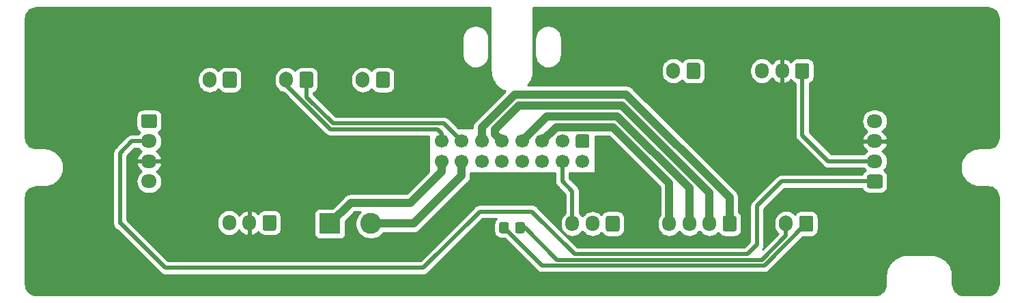
<source format=gtl>
G04 #@! TF.GenerationSoftware,KiCad,Pcbnew,(5.1.12)-1*
G04 #@! TF.CreationDate,2022-01-06T15:04:26+01:00*
G04 #@! TF.ProjectId,V0-UmbilicalBoard,56302d55-6d62-4696-9c69-63616c426f61,rev?*
G04 #@! TF.SameCoordinates,Original*
G04 #@! TF.FileFunction,Copper,L1,Top*
G04 #@! TF.FilePolarity,Positive*
%FSLAX46Y46*%
G04 Gerber Fmt 4.6, Leading zero omitted, Abs format (unit mm)*
G04 Created by KiCad (PCBNEW (5.1.12)-1) date 2022-01-06 15:04:26*
%MOMM*%
%LPD*%
G01*
G04 APERTURE LIST*
G04 #@! TA.AperFunction,ComponentPad*
%ADD10C,1.700000*%
G04 #@! TD*
G04 #@! TA.AperFunction,ComponentPad*
%ADD11O,1.700000X1.950000*%
G04 #@! TD*
G04 #@! TA.AperFunction,ComponentPad*
%ADD12O,1.950000X1.700000*%
G04 #@! TD*
G04 #@! TA.AperFunction,ComponentPad*
%ADD13C,2.600000*%
G04 #@! TD*
G04 #@! TA.AperFunction,ComponentPad*
%ADD14R,2.600000X2.600000*%
G04 #@! TD*
G04 #@! TA.AperFunction,ComponentPad*
%ADD15O,1.700000X2.000000*%
G04 #@! TD*
G04 #@! TA.AperFunction,Conductor*
%ADD16C,0.500000*%
G04 #@! TD*
G04 #@! TA.AperFunction,Conductor*
%ADD17C,1.000000*%
G04 #@! TD*
G04 #@! TA.AperFunction,Conductor*
%ADD18C,0.254000*%
G04 #@! TD*
G04 #@! TA.AperFunction,Conductor*
%ADD19C,0.100000*%
G04 #@! TD*
G04 APERTURE END LIST*
D10*
X91250000Y-101250000D03*
X93750000Y-101250000D03*
X96250000Y-101250000D03*
X98750000Y-101250000D03*
X101250000Y-101250000D03*
X103750000Y-101250000D03*
X106250000Y-101250000D03*
X108750000Y-101250000D03*
X91250000Y-98750000D03*
X93750000Y-98750000D03*
X96250000Y-98750000D03*
X98750000Y-98750000D03*
X101250000Y-98750000D03*
X103750000Y-98750000D03*
X106250000Y-98750000D03*
G04 #@! TA.AperFunction,ComponentPad*
G36*
G01*
X108150000Y-97900000D02*
X109350000Y-97900000D01*
G75*
G02*
X109600000Y-98150000I0J-250000D01*
G01*
X109600000Y-99350000D01*
G75*
G02*
X109350000Y-99600000I-250000J0D01*
G01*
X108150000Y-99600000D01*
G75*
G02*
X107900000Y-99350000I0J250000D01*
G01*
X107900000Y-98150000D01*
G75*
G02*
X108150000Y-97900000I250000J0D01*
G01*
G37*
G04 #@! TD.AperFunction*
D11*
X107500000Y-109000000D03*
X110000000Y-109000000D03*
G04 #@! TA.AperFunction,ComponentPad*
G36*
G01*
X113350000Y-108275000D02*
X113350000Y-109725000D01*
G75*
G02*
X113100000Y-109975000I-250000J0D01*
G01*
X111900000Y-109975000D01*
G75*
G02*
X111650000Y-109725000I0J250000D01*
G01*
X111650000Y-108275000D01*
G75*
G02*
X111900000Y-108025000I250000J0D01*
G01*
X113100000Y-108025000D01*
G75*
G02*
X113350000Y-108275000I0J-250000D01*
G01*
G37*
G04 #@! TD.AperFunction*
X64928000Y-108890000D03*
X67428000Y-108890000D03*
G04 #@! TA.AperFunction,ComponentPad*
G36*
G01*
X70778000Y-108165000D02*
X70778000Y-109615000D01*
G75*
G02*
X70528000Y-109865000I-250000J0D01*
G01*
X69328000Y-109865000D01*
G75*
G02*
X69078000Y-109615000I0J250000D01*
G01*
X69078000Y-108165000D01*
G75*
G02*
X69328000Y-107915000I250000J0D01*
G01*
X70528000Y-107915000D01*
G75*
G02*
X70778000Y-108165000I0J-250000D01*
G01*
G37*
G04 #@! TD.AperFunction*
D12*
X55000000Y-103750000D03*
X55000000Y-101250000D03*
X55000000Y-98750000D03*
G04 #@! TA.AperFunction,ComponentPad*
G36*
G01*
X54275000Y-95400000D02*
X55725000Y-95400000D01*
G75*
G02*
X55975000Y-95650000I0J-250000D01*
G01*
X55975000Y-96850000D01*
G75*
G02*
X55725000Y-97100000I-250000J0D01*
G01*
X54275000Y-97100000D01*
G75*
G02*
X54025000Y-96850000I0J250000D01*
G01*
X54025000Y-95650000D01*
G75*
G02*
X54275000Y-95400000I250000J0D01*
G01*
G37*
G04 #@! TD.AperFunction*
X145000000Y-96250000D03*
X145000000Y-98750000D03*
X145000000Y-101250000D03*
G04 #@! TA.AperFunction,ComponentPad*
G36*
G01*
X145725000Y-104600000D02*
X144275000Y-104600000D01*
G75*
G02*
X144025000Y-104350000I0J250000D01*
G01*
X144025000Y-103150000D01*
G75*
G02*
X144275000Y-102900000I250000J0D01*
G01*
X145725000Y-102900000D01*
G75*
G02*
X145975000Y-103150000I0J-250000D01*
G01*
X145975000Y-104350000D01*
G75*
G02*
X145725000Y-104600000I-250000J0D01*
G01*
G37*
G04 #@! TD.AperFunction*
D11*
X131000000Y-90000000D03*
X133500000Y-90000000D03*
G04 #@! TA.AperFunction,ComponentPad*
G36*
G01*
X136850000Y-89275000D02*
X136850000Y-90725000D01*
G75*
G02*
X136600000Y-90975000I-250000J0D01*
G01*
X135400000Y-90975000D01*
G75*
G02*
X135150000Y-90725000I0J250000D01*
G01*
X135150000Y-89275000D01*
G75*
G02*
X135400000Y-89025000I250000J0D01*
G01*
X136600000Y-89025000D01*
G75*
G02*
X136850000Y-89275000I0J-250000D01*
G01*
G37*
G04 #@! TD.AperFunction*
D13*
X82500000Y-109000000D03*
D14*
X77420000Y-109000000D03*
D11*
X119500000Y-109000000D03*
X122000000Y-109000000D03*
X124500000Y-109000000D03*
G04 #@! TA.AperFunction,ComponentPad*
G36*
G01*
X127850000Y-108275000D02*
X127850000Y-109725000D01*
G75*
G02*
X127600000Y-109975000I-250000J0D01*
G01*
X126400000Y-109975000D01*
G75*
G02*
X126150000Y-109725000I0J250000D01*
G01*
X126150000Y-108275000D01*
G75*
G02*
X126400000Y-108025000I250000J0D01*
G01*
X127600000Y-108025000D01*
G75*
G02*
X127850000Y-108275000I0J-250000D01*
G01*
G37*
G04 #@! TD.AperFunction*
D15*
X134000000Y-109000000D03*
G04 #@! TA.AperFunction,ComponentPad*
G36*
G01*
X137350000Y-108250000D02*
X137350000Y-109750000D01*
G75*
G02*
X137100000Y-110000000I-250000J0D01*
G01*
X135900000Y-110000000D01*
G75*
G02*
X135650000Y-109750000I0J250000D01*
G01*
X135650000Y-108250000D01*
G75*
G02*
X135900000Y-108000000I250000J0D01*
G01*
X137100000Y-108000000D01*
G75*
G02*
X137350000Y-108250000I0J-250000D01*
G01*
G37*
G04 #@! TD.AperFunction*
X120000000Y-90000000D03*
G04 #@! TA.AperFunction,ComponentPad*
G36*
G01*
X123350000Y-89250000D02*
X123350000Y-90750000D01*
G75*
G02*
X123100000Y-91000000I-250000J0D01*
G01*
X121900000Y-91000000D01*
G75*
G02*
X121650000Y-90750000I0J250000D01*
G01*
X121650000Y-89250000D01*
G75*
G02*
X121900000Y-89000000I250000J0D01*
G01*
X123100000Y-89000000D01*
G75*
G02*
X123350000Y-89250000I0J-250000D01*
G01*
G37*
G04 #@! TD.AperFunction*
X62500000Y-91110000D03*
G04 #@! TA.AperFunction,ComponentPad*
G36*
G01*
X65850000Y-90360000D02*
X65850000Y-91860000D01*
G75*
G02*
X65600000Y-92110000I-250000J0D01*
G01*
X64400000Y-92110000D01*
G75*
G02*
X64150000Y-91860000I0J250000D01*
G01*
X64150000Y-90360000D01*
G75*
G02*
X64400000Y-90110000I250000J0D01*
G01*
X65600000Y-90110000D01*
G75*
G02*
X65850000Y-90360000I0J-250000D01*
G01*
G37*
G04 #@! TD.AperFunction*
X81500000Y-91110000D03*
G04 #@! TA.AperFunction,ComponentPad*
G36*
G01*
X84850000Y-90360000D02*
X84850000Y-91860000D01*
G75*
G02*
X84600000Y-92110000I-250000J0D01*
G01*
X83400000Y-92110000D01*
G75*
G02*
X83150000Y-91860000I0J250000D01*
G01*
X83150000Y-90360000D01*
G75*
G02*
X83400000Y-90110000I250000J0D01*
G01*
X84600000Y-90110000D01*
G75*
G02*
X84850000Y-90360000I0J-250000D01*
G01*
G37*
G04 #@! TD.AperFunction*
X72000000Y-91110000D03*
G04 #@! TA.AperFunction,ComponentPad*
G36*
G01*
X75350000Y-90360000D02*
X75350000Y-91860000D01*
G75*
G02*
X75100000Y-92110000I-250000J0D01*
G01*
X73900000Y-92110000D01*
G75*
G02*
X73650000Y-91860000I0J250000D01*
G01*
X73650000Y-90360000D01*
G75*
G02*
X73900000Y-90110000I250000J0D01*
G01*
X75100000Y-90110000D01*
G75*
G02*
X75350000Y-90360000I0J-250000D01*
G01*
G37*
G04 #@! TD.AperFunction*
G04 #@! TA.AperFunction,SMDPad,CuDef*
G36*
G01*
X100400000Y-109950001D02*
X100400000Y-109049999D01*
G75*
G02*
X100649999Y-108800000I249999J0D01*
G01*
X101350001Y-108800000D01*
G75*
G02*
X101600000Y-109049999I0J-249999D01*
G01*
X101600000Y-109950001D01*
G75*
G02*
X101350001Y-110200000I-249999J0D01*
G01*
X100649999Y-110200000D01*
G75*
G02*
X100400000Y-109950001I0J249999D01*
G01*
G37*
G04 #@! TD.AperFunction*
G04 #@! TA.AperFunction,SMDPad,CuDef*
G36*
G01*
X98400000Y-109950001D02*
X98400000Y-109049999D01*
G75*
G02*
X98649999Y-108800000I249999J0D01*
G01*
X99350001Y-108800000D01*
G75*
G02*
X99600000Y-109049999I0J-249999D01*
G01*
X99600000Y-109950001D01*
G75*
G02*
X99350001Y-110200000I-249999J0D01*
G01*
X98649999Y-110200000D01*
G75*
G02*
X98400000Y-109950001I0J249999D01*
G01*
G37*
G04 #@! TD.AperFunction*
D16*
X101000000Y-109500000D02*
X101600000Y-109500000D01*
X101600000Y-109500000D02*
X105600000Y-113500000D01*
X105600000Y-113500000D02*
X131000000Y-113500000D01*
X134000000Y-110500000D02*
X134000000Y-109000000D01*
X131000000Y-113500000D02*
X134000000Y-110500000D01*
X99000000Y-109500000D02*
X103700010Y-114200010D01*
X131299990Y-114200010D02*
X136500000Y-109000000D01*
X103700010Y-114200010D02*
X131299990Y-114200010D01*
X74500000Y-91110000D02*
X74500000Y-93260038D01*
X91549990Y-96549990D02*
X93750000Y-98750000D01*
X77789952Y-96549990D02*
X91549990Y-96549990D01*
X74500000Y-93260038D02*
X77789952Y-96549990D01*
X72000000Y-91110000D02*
X72000000Y-91750000D01*
X72000000Y-91750000D02*
X77500000Y-97250000D01*
X77500000Y-97250000D02*
X90750000Y-97250000D01*
X91250000Y-97750000D02*
X91250000Y-98750000D01*
X90750000Y-97250000D02*
X91250000Y-97750000D01*
D17*
X127000000Y-105772394D02*
X127000000Y-109000000D01*
X114177579Y-92949973D02*
X127000000Y-105772394D01*
X100330826Y-92949972D02*
X114177579Y-92949973D01*
X96250000Y-97030796D02*
X100330826Y-92949972D01*
X96250000Y-98750000D02*
X96250000Y-97030796D01*
X97900001Y-97289997D02*
X100890017Y-94299981D01*
X97900001Y-97900001D02*
X97900001Y-97289997D01*
X98750000Y-98750000D02*
X97900001Y-97900001D01*
X124500000Y-105181596D02*
X124500000Y-109000000D01*
X113618386Y-94299982D02*
X124500000Y-105181596D01*
X100890017Y-94299981D02*
X113618386Y-94299982D01*
X104350010Y-95649990D02*
X113059193Y-95649991D01*
X101250000Y-98750000D02*
X104350010Y-95649990D01*
X122000000Y-104590798D02*
X122000000Y-109000000D01*
X113059193Y-95649991D02*
X122000000Y-104590798D01*
X119500000Y-104000000D02*
X119500000Y-109000000D01*
X112500000Y-97000000D02*
X119500000Y-104000000D01*
X105500000Y-97000000D02*
X112500000Y-97000000D01*
X103750000Y-98750000D02*
X105500000Y-97000000D01*
D16*
X145000000Y-101250000D02*
X139250000Y-101250000D01*
X136000000Y-98000000D02*
X136000000Y-90000000D01*
X139250000Y-101250000D02*
X136000000Y-98000000D01*
X52850000Y-98750000D02*
X55000000Y-98750000D01*
X145000000Y-103750000D02*
X133450000Y-103750000D01*
X57000000Y-114500000D02*
X51500000Y-109000000D01*
X133450000Y-103750000D02*
X130400000Y-106800000D01*
X51500000Y-109000000D02*
X51400000Y-109000000D01*
X96000000Y-107500000D02*
X89000000Y-114500000D01*
X130400000Y-106800000D02*
X130400000Y-111600000D01*
X130400000Y-111600000D02*
X129200010Y-112799990D01*
X102500000Y-107500000D02*
X96000000Y-107500000D01*
X129200010Y-112799990D02*
X107799990Y-112799990D01*
X107799990Y-112799990D02*
X102500000Y-107500000D01*
X89000000Y-114500000D02*
X57000000Y-114500000D01*
X51400000Y-109000000D02*
X51400000Y-100200000D01*
X51400000Y-100200000D02*
X52850000Y-98750000D01*
D17*
X77420000Y-109000000D02*
X80020000Y-106400000D01*
X80020000Y-106400000D02*
X87400000Y-106400000D01*
X91250000Y-102550000D02*
X91250000Y-101250000D01*
X87400000Y-106400000D02*
X91250000Y-102550000D01*
X82500000Y-109000000D02*
X87800000Y-109000000D01*
X93750000Y-103050000D02*
X93750000Y-101250000D01*
X87800000Y-109000000D02*
X93750000Y-103050000D01*
D16*
X107500000Y-109000000D02*
X107500000Y-105000000D01*
X106250000Y-103750000D02*
X106250000Y-101250000D01*
X107500000Y-105000000D02*
X106250000Y-103750000D01*
D18*
X97340001Y-90032419D02*
X97343345Y-90066372D01*
X97343345Y-90092329D01*
X97344308Y-90101494D01*
X97387818Y-90489393D01*
X97400249Y-90547873D01*
X97411873Y-90606583D01*
X97414599Y-90615386D01*
X97532623Y-90987447D01*
X97556189Y-91042430D01*
X97578984Y-91097736D01*
X97583367Y-91105842D01*
X97771411Y-91447892D01*
X97805188Y-91497221D01*
X97838309Y-91547074D01*
X97844184Y-91554174D01*
X98095084Y-91853185D01*
X98137814Y-91895029D01*
X98179973Y-91937484D01*
X98187114Y-91943308D01*
X98491316Y-92187892D01*
X98541361Y-92220640D01*
X98590962Y-92254097D01*
X98599099Y-92258423D01*
X98945011Y-92439262D01*
X99000460Y-92461665D01*
X99055619Y-92484852D01*
X99064441Y-92487515D01*
X99160020Y-92515646D01*
X95486860Y-96188805D01*
X95443552Y-96224347D01*
X95394914Y-96283613D01*
X95301717Y-96397173D01*
X95196325Y-96594349D01*
X95131423Y-96808297D01*
X95109509Y-97030796D01*
X95113666Y-97073000D01*
X93324579Y-97073000D01*
X92206524Y-95954946D01*
X92178807Y-95921173D01*
X92044049Y-95810579D01*
X91890303Y-95728401D01*
X91723480Y-95677795D01*
X91593467Y-95664990D01*
X91593459Y-95664990D01*
X91549990Y-95660709D01*
X91506521Y-95664990D01*
X78156531Y-95664990D01*
X75385000Y-92893460D01*
X75385000Y-92697110D01*
X75439850Y-92680472D01*
X75593386Y-92598405D01*
X75727962Y-92487962D01*
X75838405Y-92353386D01*
X75920472Y-92199850D01*
X75971008Y-92033254D01*
X75988072Y-91860000D01*
X75988072Y-90887050D01*
X80015000Y-90887050D01*
X80015000Y-91332949D01*
X80036487Y-91551110D01*
X80121401Y-91831033D01*
X80259294Y-92089013D01*
X80444866Y-92315134D01*
X80670986Y-92500706D01*
X80928966Y-92638599D01*
X81208889Y-92723513D01*
X81500000Y-92752185D01*
X81791110Y-92723513D01*
X82071033Y-92638599D01*
X82329013Y-92500706D01*
X82555134Y-92315134D01*
X82607223Y-92251663D01*
X82661595Y-92353386D01*
X82772038Y-92487962D01*
X82906614Y-92598405D01*
X83060150Y-92680472D01*
X83226746Y-92731008D01*
X83400000Y-92748072D01*
X84600000Y-92748072D01*
X84773254Y-92731008D01*
X84939850Y-92680472D01*
X85093386Y-92598405D01*
X85227962Y-92487962D01*
X85338405Y-92353386D01*
X85420472Y-92199850D01*
X85471008Y-92033254D01*
X85488072Y-91860000D01*
X85488072Y-90360000D01*
X85471008Y-90186746D01*
X85420472Y-90020150D01*
X85338405Y-89866614D01*
X85227962Y-89732038D01*
X85093386Y-89621595D01*
X84939850Y-89539528D01*
X84773254Y-89488992D01*
X84600000Y-89471928D01*
X83400000Y-89471928D01*
X83226746Y-89488992D01*
X83060150Y-89539528D01*
X82906614Y-89621595D01*
X82772038Y-89732038D01*
X82661595Y-89866614D01*
X82607223Y-89968337D01*
X82555134Y-89904866D01*
X82329014Y-89719294D01*
X82071034Y-89581401D01*
X81791111Y-89496487D01*
X81500000Y-89467815D01*
X81208890Y-89496487D01*
X80928967Y-89581401D01*
X80670987Y-89719294D01*
X80444866Y-89904866D01*
X80259294Y-90130986D01*
X80121401Y-90388966D01*
X80036487Y-90668889D01*
X80015000Y-90887050D01*
X75988072Y-90887050D01*
X75988072Y-90360000D01*
X75971008Y-90186746D01*
X75920472Y-90020150D01*
X75838405Y-89866614D01*
X75727962Y-89732038D01*
X75593386Y-89621595D01*
X75439850Y-89539528D01*
X75273254Y-89488992D01*
X75100000Y-89471928D01*
X73900000Y-89471928D01*
X73726746Y-89488992D01*
X73560150Y-89539528D01*
X73406614Y-89621595D01*
X73272038Y-89732038D01*
X73161595Y-89866614D01*
X73107223Y-89968337D01*
X73055134Y-89904866D01*
X72829014Y-89719294D01*
X72571034Y-89581401D01*
X72291111Y-89496487D01*
X72000000Y-89467815D01*
X71708890Y-89496487D01*
X71428967Y-89581401D01*
X71170987Y-89719294D01*
X70944866Y-89904866D01*
X70759294Y-90130986D01*
X70621401Y-90388966D01*
X70536487Y-90668889D01*
X70515000Y-90887050D01*
X70515000Y-91332949D01*
X70536487Y-91551110D01*
X70621401Y-91831033D01*
X70759294Y-92089013D01*
X70944866Y-92315134D01*
X71170986Y-92500706D01*
X71428966Y-92638599D01*
X71708889Y-92723513D01*
X71723360Y-92724938D01*
X76843470Y-97845049D01*
X76871183Y-97878817D01*
X76904951Y-97906530D01*
X76904953Y-97906532D01*
X77005941Y-97989411D01*
X77159686Y-98071589D01*
X77302937Y-98115044D01*
X77326510Y-98122195D01*
X77456523Y-98135000D01*
X77456531Y-98135000D01*
X77500000Y-98139281D01*
X77543469Y-98135000D01*
X89673000Y-98135000D01*
X89673000Y-102521868D01*
X86929869Y-105265000D01*
X80075741Y-105265000D01*
X80019999Y-105259510D01*
X79964257Y-105265000D01*
X79964248Y-105265000D01*
X79797501Y-105281423D01*
X79583553Y-105346324D01*
X79386377Y-105451716D01*
X79213551Y-105593551D01*
X79178011Y-105636857D01*
X77752941Y-107061928D01*
X76120000Y-107061928D01*
X75995518Y-107074188D01*
X75875820Y-107110498D01*
X75765506Y-107169463D01*
X75668815Y-107248815D01*
X75589463Y-107345506D01*
X75530498Y-107455820D01*
X75494188Y-107575518D01*
X75481928Y-107700000D01*
X75481928Y-110300000D01*
X75494188Y-110424482D01*
X75530498Y-110544180D01*
X75589463Y-110654494D01*
X75668815Y-110751185D01*
X75765506Y-110830537D01*
X75875820Y-110889502D01*
X75995518Y-110925812D01*
X76120000Y-110938072D01*
X78720000Y-110938072D01*
X78844482Y-110925812D01*
X78964180Y-110889502D01*
X79074494Y-110830537D01*
X79171185Y-110751185D01*
X79250537Y-110654494D01*
X79309502Y-110544180D01*
X79345812Y-110424482D01*
X79358072Y-110300000D01*
X79358072Y-108667059D01*
X80490132Y-107535000D01*
X81228496Y-107535000D01*
X80996987Y-107766509D01*
X80785225Y-108083434D01*
X80639361Y-108435581D01*
X80565000Y-108809419D01*
X80565000Y-109190581D01*
X80639361Y-109564419D01*
X80785225Y-109916566D01*
X80996987Y-110233491D01*
X81266509Y-110503013D01*
X81583434Y-110714775D01*
X81935581Y-110860639D01*
X82309419Y-110935000D01*
X82690581Y-110935000D01*
X83064419Y-110860639D01*
X83416566Y-110714775D01*
X83733491Y-110503013D01*
X84003013Y-110233491D01*
X84068822Y-110135000D01*
X87744249Y-110135000D01*
X87800000Y-110140491D01*
X87855751Y-110135000D01*
X87855752Y-110135000D01*
X88022499Y-110118577D01*
X88236447Y-110053676D01*
X88433623Y-109948284D01*
X88606449Y-109806449D01*
X88641996Y-109763135D01*
X94513146Y-103891987D01*
X94556449Y-103856449D01*
X94614544Y-103785661D01*
X94698284Y-103683623D01*
X94803676Y-103486447D01*
X94868577Y-103272499D01*
X94870913Y-103248782D01*
X94885000Y-103105752D01*
X94885000Y-103105751D01*
X94890491Y-103050000D01*
X94885000Y-102994248D01*
X94885000Y-102727000D01*
X96063522Y-102727000D01*
X96103740Y-102735000D01*
X96396260Y-102735000D01*
X96436478Y-102727000D01*
X98563522Y-102727000D01*
X98603740Y-102735000D01*
X98896260Y-102735000D01*
X98936478Y-102727000D01*
X101063522Y-102727000D01*
X101103740Y-102735000D01*
X101396260Y-102735000D01*
X101436478Y-102727000D01*
X103563522Y-102727000D01*
X103603740Y-102735000D01*
X103896260Y-102735000D01*
X103936478Y-102727000D01*
X105365000Y-102727000D01*
X105365000Y-103706531D01*
X105360719Y-103750000D01*
X105365000Y-103793469D01*
X105365000Y-103793476D01*
X105373461Y-103879383D01*
X105377805Y-103923490D01*
X105384329Y-103944997D01*
X105428411Y-104090312D01*
X105510589Y-104244058D01*
X105621183Y-104378817D01*
X105654956Y-104406534D01*
X106615001Y-105366580D01*
X106615000Y-107680241D01*
X106444866Y-107819866D01*
X106259294Y-108045986D01*
X106121401Y-108303966D01*
X106036487Y-108583889D01*
X106015000Y-108802050D01*
X106015000Y-109197949D01*
X106036487Y-109416110D01*
X106121401Y-109696033D01*
X106259294Y-109954013D01*
X106444866Y-110180134D01*
X106670986Y-110365706D01*
X106928966Y-110503599D01*
X107208889Y-110588513D01*
X107500000Y-110617185D01*
X107791110Y-110588513D01*
X108071033Y-110503599D01*
X108329013Y-110365706D01*
X108555134Y-110180134D01*
X108740706Y-109954014D01*
X108750000Y-109936626D01*
X108759294Y-109954013D01*
X108944866Y-110180134D01*
X109170986Y-110365706D01*
X109428966Y-110503599D01*
X109708889Y-110588513D01*
X110000000Y-110617185D01*
X110291110Y-110588513D01*
X110571033Y-110503599D01*
X110829013Y-110365706D01*
X111055134Y-110180134D01*
X111107223Y-110116663D01*
X111161595Y-110218386D01*
X111272038Y-110352962D01*
X111406614Y-110463405D01*
X111560150Y-110545472D01*
X111726746Y-110596008D01*
X111900000Y-110613072D01*
X113100000Y-110613072D01*
X113273254Y-110596008D01*
X113439850Y-110545472D01*
X113593386Y-110463405D01*
X113727962Y-110352962D01*
X113838405Y-110218386D01*
X113920472Y-110064850D01*
X113971008Y-109898254D01*
X113988072Y-109725000D01*
X113988072Y-108275000D01*
X113971008Y-108101746D01*
X113920472Y-107935150D01*
X113838405Y-107781614D01*
X113727962Y-107647038D01*
X113593386Y-107536595D01*
X113439850Y-107454528D01*
X113273254Y-107403992D01*
X113100000Y-107386928D01*
X111900000Y-107386928D01*
X111726746Y-107403992D01*
X111560150Y-107454528D01*
X111406614Y-107536595D01*
X111272038Y-107647038D01*
X111161595Y-107781614D01*
X111107223Y-107883337D01*
X111055134Y-107819866D01*
X110829014Y-107634294D01*
X110571034Y-107496401D01*
X110291111Y-107411487D01*
X110000000Y-107382815D01*
X109708890Y-107411487D01*
X109428967Y-107496401D01*
X109170987Y-107634294D01*
X108944866Y-107819866D01*
X108759294Y-108045986D01*
X108750000Y-108063374D01*
X108740706Y-108045986D01*
X108555134Y-107819866D01*
X108385000Y-107680241D01*
X108385000Y-105043469D01*
X108389281Y-105000000D01*
X108385000Y-104956531D01*
X108385000Y-104956523D01*
X108372195Y-104826510D01*
X108321589Y-104659687D01*
X108239411Y-104505941D01*
X108204585Y-104463506D01*
X108156532Y-104404953D01*
X108156530Y-104404951D01*
X108128817Y-104371183D01*
X108095049Y-104343470D01*
X107135000Y-103383422D01*
X107135000Y-102727000D01*
X108563522Y-102727000D01*
X108603740Y-102735000D01*
X108896260Y-102735000D01*
X108936478Y-102727000D01*
X110200000Y-102727000D01*
X110224776Y-102724560D01*
X110248601Y-102717333D01*
X110270557Y-102705597D01*
X110289803Y-102689803D01*
X110305597Y-102670557D01*
X110317333Y-102648601D01*
X110324560Y-102624776D01*
X110327000Y-102600000D01*
X110327000Y-98135000D01*
X112029869Y-98135000D01*
X118365000Y-104470132D01*
X118365001Y-107917182D01*
X118259294Y-108045986D01*
X118121401Y-108303966D01*
X118036487Y-108583889D01*
X118015000Y-108802050D01*
X118015000Y-109197949D01*
X118036487Y-109416110D01*
X118121401Y-109696033D01*
X118259294Y-109954013D01*
X118444866Y-110180134D01*
X118670986Y-110365706D01*
X118928966Y-110503599D01*
X119208889Y-110588513D01*
X119500000Y-110617185D01*
X119791110Y-110588513D01*
X120071033Y-110503599D01*
X120329013Y-110365706D01*
X120555134Y-110180134D01*
X120740706Y-109954014D01*
X120750000Y-109936626D01*
X120759294Y-109954013D01*
X120944866Y-110180134D01*
X121170986Y-110365706D01*
X121428966Y-110503599D01*
X121708889Y-110588513D01*
X122000000Y-110617185D01*
X122291110Y-110588513D01*
X122571033Y-110503599D01*
X122829013Y-110365706D01*
X123055134Y-110180134D01*
X123240706Y-109954014D01*
X123250000Y-109936626D01*
X123259294Y-109954013D01*
X123444866Y-110180134D01*
X123670986Y-110365706D01*
X123928966Y-110503599D01*
X124208889Y-110588513D01*
X124500000Y-110617185D01*
X124791110Y-110588513D01*
X125071033Y-110503599D01*
X125329013Y-110365706D01*
X125555134Y-110180134D01*
X125607223Y-110116663D01*
X125661595Y-110218386D01*
X125772038Y-110352962D01*
X125906614Y-110463405D01*
X126060150Y-110545472D01*
X126226746Y-110596008D01*
X126400000Y-110613072D01*
X127600000Y-110613072D01*
X127773254Y-110596008D01*
X127939850Y-110545472D01*
X128093386Y-110463405D01*
X128227962Y-110352962D01*
X128338405Y-110218386D01*
X128420472Y-110064850D01*
X128471008Y-109898254D01*
X128488072Y-109725000D01*
X128488072Y-108275000D01*
X128471008Y-108101746D01*
X128420472Y-107935150D01*
X128338405Y-107781614D01*
X128227962Y-107647038D01*
X128135000Y-107570747D01*
X128135000Y-105828146D01*
X128140491Y-105772394D01*
X128118577Y-105549895D01*
X128053676Y-105335947D01*
X127948284Y-105138771D01*
X127841989Y-105009250D01*
X127841987Y-105009248D01*
X127806449Y-104965945D01*
X127763146Y-104930407D01*
X115019570Y-92186833D01*
X114984028Y-92143525D01*
X114811202Y-92001690D01*
X114664899Y-91923490D01*
X114614025Y-91896297D01*
X114400077Y-91831396D01*
X114177579Y-91809482D01*
X114121818Y-91814974D01*
X101939931Y-91814972D01*
X102177305Y-91523923D01*
X102210409Y-91474096D01*
X102244204Y-91424741D01*
X102248587Y-91416635D01*
X102431837Y-91071993D01*
X102454631Y-91016689D01*
X102478198Y-90961705D01*
X102480923Y-90952902D01*
X102593741Y-90579230D01*
X102605361Y-90520542D01*
X102617797Y-90462039D01*
X102618760Y-90452874D01*
X102656850Y-90064405D01*
X102656850Y-90064402D01*
X102660000Y-90032419D01*
X102660000Y-89777050D01*
X118515000Y-89777050D01*
X118515000Y-90222949D01*
X118536487Y-90441110D01*
X118621401Y-90721033D01*
X118759294Y-90979013D01*
X118944866Y-91205134D01*
X119170986Y-91390706D01*
X119428966Y-91528599D01*
X119708889Y-91613513D01*
X120000000Y-91642185D01*
X120291110Y-91613513D01*
X120571033Y-91528599D01*
X120829013Y-91390706D01*
X121055134Y-91205134D01*
X121107223Y-91141663D01*
X121161595Y-91243386D01*
X121272038Y-91377962D01*
X121406614Y-91488405D01*
X121560150Y-91570472D01*
X121726746Y-91621008D01*
X121900000Y-91638072D01*
X123100000Y-91638072D01*
X123273254Y-91621008D01*
X123439850Y-91570472D01*
X123593386Y-91488405D01*
X123727962Y-91377962D01*
X123838405Y-91243386D01*
X123920472Y-91089850D01*
X123971008Y-90923254D01*
X123988072Y-90750000D01*
X123988072Y-89802050D01*
X129515000Y-89802050D01*
X129515000Y-90197949D01*
X129536487Y-90416110D01*
X129621401Y-90696033D01*
X129759294Y-90954013D01*
X129944866Y-91180134D01*
X130170986Y-91365706D01*
X130428966Y-91503599D01*
X130708889Y-91588513D01*
X131000000Y-91617185D01*
X131291110Y-91588513D01*
X131571033Y-91503599D01*
X131829013Y-91365706D01*
X132055134Y-91180134D01*
X132240706Y-90954014D01*
X132254462Y-90928278D01*
X132410951Y-91134429D01*
X132628807Y-91327496D01*
X132880142Y-91474352D01*
X133143110Y-91566476D01*
X133373000Y-91445155D01*
X133373000Y-90127000D01*
X133353000Y-90127000D01*
X133353000Y-89873000D01*
X133373000Y-89873000D01*
X133373000Y-88554845D01*
X133143110Y-88433524D01*
X132880142Y-88525648D01*
X132628807Y-88672504D01*
X132410951Y-88865571D01*
X132254462Y-89071722D01*
X132240706Y-89045986D01*
X132055134Y-88819866D01*
X131829014Y-88634294D01*
X131571034Y-88496401D01*
X131291111Y-88411487D01*
X131000000Y-88382815D01*
X130708890Y-88411487D01*
X130428967Y-88496401D01*
X130170987Y-88634294D01*
X129944866Y-88819866D01*
X129759294Y-89045986D01*
X129621401Y-89303966D01*
X129536487Y-89583889D01*
X129515000Y-89802050D01*
X123988072Y-89802050D01*
X123988072Y-89250000D01*
X123971008Y-89076746D01*
X123920472Y-88910150D01*
X123838405Y-88756614D01*
X123727962Y-88622038D01*
X123593386Y-88511595D01*
X123439850Y-88429528D01*
X123273254Y-88378992D01*
X123100000Y-88361928D01*
X121900000Y-88361928D01*
X121726746Y-88378992D01*
X121560150Y-88429528D01*
X121406614Y-88511595D01*
X121272038Y-88622038D01*
X121161595Y-88756614D01*
X121107223Y-88858337D01*
X121055134Y-88794866D01*
X120829014Y-88609294D01*
X120571034Y-88471401D01*
X120291111Y-88386487D01*
X120000000Y-88357815D01*
X119708890Y-88386487D01*
X119428967Y-88471401D01*
X119170987Y-88609294D01*
X118944866Y-88794866D01*
X118759294Y-89020986D01*
X118621401Y-89278966D01*
X118536487Y-89558889D01*
X118515000Y-89777050D01*
X102660000Y-89777050D01*
X102660000Y-85967582D01*
X102840000Y-85967582D01*
X102840001Y-88032419D01*
X102843247Y-88065377D01*
X102843247Y-88078367D01*
X102844210Y-88087532D01*
X102865965Y-88281481D01*
X102878397Y-88339966D01*
X102890022Y-88398676D01*
X102892747Y-88407479D01*
X102951760Y-88593509D01*
X102975338Y-88648519D01*
X102998120Y-88703794D01*
X103002503Y-88711900D01*
X103096525Y-88882925D01*
X103130308Y-88932264D01*
X103163423Y-88982106D01*
X103169297Y-88989206D01*
X103294747Y-89138712D01*
X103337477Y-89180557D01*
X103379638Y-89223013D01*
X103386780Y-89228837D01*
X103538879Y-89351128D01*
X103588941Y-89383887D01*
X103638523Y-89417331D01*
X103646660Y-89421657D01*
X103646663Y-89421659D01*
X103646667Y-89421660D01*
X103819615Y-89512077D01*
X103875053Y-89534475D01*
X103930228Y-89557669D01*
X103939050Y-89560332D01*
X104126275Y-89615435D01*
X104184983Y-89626633D01*
X104243628Y-89638672D01*
X104252799Y-89639570D01*
X104447161Y-89657259D01*
X104506943Y-89656842D01*
X104566801Y-89657260D01*
X104575972Y-89656360D01*
X104770069Y-89635959D01*
X104828658Y-89623932D01*
X104887423Y-89612723D01*
X104896245Y-89610059D01*
X105082683Y-89552347D01*
X105137838Y-89529162D01*
X105193291Y-89506758D01*
X105201427Y-89502432D01*
X105373104Y-89409607D01*
X105422699Y-89376154D01*
X105472753Y-89343400D01*
X105479894Y-89337576D01*
X105630272Y-89213172D01*
X105672411Y-89170737D01*
X105715161Y-89128874D01*
X105721034Y-89121773D01*
X105844384Y-88970531D01*
X105877477Y-88920723D01*
X105911284Y-88871349D01*
X105915667Y-88863243D01*
X106007292Y-88690920D01*
X106030090Y-88635608D01*
X106053652Y-88580634D01*
X106056377Y-88571831D01*
X106112786Y-88384994D01*
X106124405Y-88326314D01*
X106136842Y-88267804D01*
X106137805Y-88258639D01*
X106156850Y-88064406D01*
X106156850Y-88064402D01*
X106160000Y-88032419D01*
X106160000Y-85967581D01*
X106156753Y-85934613D01*
X106156753Y-85921633D01*
X106155790Y-85912468D01*
X106134035Y-85718518D01*
X106121600Y-85660019D01*
X106109978Y-85601325D01*
X106107253Y-85592522D01*
X106048240Y-85406491D01*
X106024674Y-85351509D01*
X106001880Y-85296206D01*
X105997497Y-85288100D01*
X105903475Y-85117075D01*
X105869702Y-85067752D01*
X105836577Y-85017894D01*
X105830703Y-85010794D01*
X105705253Y-84861288D01*
X105662523Y-84819443D01*
X105620362Y-84776987D01*
X105613220Y-84771163D01*
X105461120Y-84648872D01*
X105411061Y-84616114D01*
X105361477Y-84582669D01*
X105353340Y-84578343D01*
X105353337Y-84578341D01*
X105353333Y-84578340D01*
X105180384Y-84487923D01*
X105124972Y-84465535D01*
X105069772Y-84442331D01*
X105060950Y-84439668D01*
X104873724Y-84384565D01*
X104814986Y-84373360D01*
X104756372Y-84361328D01*
X104747200Y-84360429D01*
X104552839Y-84342741D01*
X104493057Y-84343158D01*
X104433199Y-84342740D01*
X104424028Y-84343640D01*
X104229931Y-84364041D01*
X104171348Y-84376066D01*
X104112577Y-84387277D01*
X104103755Y-84389941D01*
X103917317Y-84447653D01*
X103862162Y-84470838D01*
X103806709Y-84493242D01*
X103798573Y-84497568D01*
X103626896Y-84590393D01*
X103577278Y-84623861D01*
X103527247Y-84656600D01*
X103520106Y-84662424D01*
X103369728Y-84786828D01*
X103327589Y-84829263D01*
X103284839Y-84871126D01*
X103278966Y-84878227D01*
X103155616Y-85029469D01*
X103122534Y-85079262D01*
X103088716Y-85128651D01*
X103084333Y-85136757D01*
X102992708Y-85309079D01*
X102969909Y-85364394D01*
X102946348Y-85419366D01*
X102943623Y-85428169D01*
X102887214Y-85615005D01*
X102875594Y-85673693D01*
X102863158Y-85732196D01*
X102862195Y-85741361D01*
X102843150Y-85935595D01*
X102840000Y-85967582D01*
X102660000Y-85967582D01*
X102660000Y-82160000D01*
X158967721Y-82160000D01*
X159259659Y-82188625D01*
X159509429Y-82264035D01*
X159739792Y-82386522D01*
X159941980Y-82551422D01*
X160108286Y-82752450D01*
X160232378Y-82981954D01*
X160309531Y-83231195D01*
X160340001Y-83521098D01*
X160340000Y-98217721D01*
X160311375Y-98509660D01*
X160235965Y-98759429D01*
X160113477Y-98989794D01*
X159948579Y-99191979D01*
X159747546Y-99358288D01*
X159518046Y-99482378D01*
X159268805Y-99559531D01*
X158978911Y-99590000D01*
X157967581Y-99590000D01*
X157933862Y-99593321D01*
X157911161Y-99593321D01*
X157901996Y-99594284D01*
X157562586Y-99632355D01*
X157504089Y-99644789D01*
X157445395Y-99656411D01*
X157436592Y-99659136D01*
X157111039Y-99762407D01*
X157056092Y-99785958D01*
X157000751Y-99808767D01*
X156992645Y-99813150D01*
X156693351Y-99977688D01*
X156643979Y-100011494D01*
X156594168Y-100044588D01*
X156587068Y-100050462D01*
X156325433Y-100270000D01*
X156283589Y-100312730D01*
X156241135Y-100354888D01*
X156235310Y-100362030D01*
X156021300Y-100628205D01*
X155988547Y-100678257D01*
X155955094Y-100727852D01*
X155950771Y-100735984D01*
X155950768Y-100735988D01*
X155950768Y-100735989D01*
X155792534Y-101038663D01*
X155770138Y-101094095D01*
X155746944Y-101149271D01*
X155744281Y-101158093D01*
X155647850Y-101485738D01*
X155636652Y-101544439D01*
X155624612Y-101603095D01*
X155623713Y-101612266D01*
X155592759Y-101952401D01*
X155593177Y-102012217D01*
X155592759Y-102072033D01*
X155593658Y-102081205D01*
X155629358Y-102420874D01*
X155641390Y-102479486D01*
X155652595Y-102538231D01*
X155655259Y-102547053D01*
X155756255Y-102873319D01*
X155779435Y-102928462D01*
X155801844Y-102983927D01*
X155806171Y-102992064D01*
X155968616Y-103292500D01*
X156002061Y-103342084D01*
X156034821Y-103392147D01*
X156040646Y-103399288D01*
X156258351Y-103662449D01*
X156300823Y-103704626D01*
X156342651Y-103747339D01*
X156349751Y-103753213D01*
X156614426Y-103969076D01*
X156664250Y-104002179D01*
X156713606Y-104035974D01*
X156721713Y-104040357D01*
X157023274Y-104200701D01*
X157078580Y-104223496D01*
X157133563Y-104247062D01*
X157142366Y-104249787D01*
X157469329Y-104348503D01*
X157528000Y-104360120D01*
X157586521Y-104372559D01*
X157595686Y-104373522D01*
X157935596Y-104406850D01*
X157935598Y-104406850D01*
X157967581Y-104410000D01*
X158967721Y-104410000D01*
X159259659Y-104438625D01*
X159509429Y-104514035D01*
X159739792Y-104636522D01*
X159941980Y-104801422D01*
X160108286Y-105002450D01*
X160232378Y-105231954D01*
X160309531Y-105481195D01*
X160340001Y-105771098D01*
X160340000Y-116467721D01*
X160311375Y-116759660D01*
X160235965Y-117009429D01*
X160113477Y-117239794D01*
X159948579Y-117441979D01*
X159747546Y-117608288D01*
X159518046Y-117732378D01*
X159268805Y-117809531D01*
X158978911Y-117840000D01*
X156032279Y-117840000D01*
X155740340Y-117811375D01*
X155490571Y-117735965D01*
X155260206Y-117613477D01*
X155058021Y-117448579D01*
X154891712Y-117247546D01*
X154767622Y-117018046D01*
X154690469Y-116768805D01*
X154660000Y-116478911D01*
X154660000Y-115467581D01*
X154657148Y-115438627D01*
X154657235Y-115426219D01*
X154656335Y-115417047D01*
X154615534Y-115028855D01*
X154603514Y-114970299D01*
X154592298Y-114911498D01*
X154589634Y-114902677D01*
X154474210Y-114529802D01*
X154451025Y-114474647D01*
X154428621Y-114419194D01*
X154424294Y-114411058D01*
X154424294Y-114411057D01*
X154424291Y-114411053D01*
X154238643Y-114067702D01*
X154205187Y-114018101D01*
X154172437Y-113968054D01*
X154166613Y-113960913D01*
X153917806Y-113660158D01*
X153875371Y-113618019D01*
X153833508Y-113575269D01*
X153826407Y-113569396D01*
X153523923Y-113322695D01*
X153474107Y-113289598D01*
X153424741Y-113255795D01*
X153416635Y-113251413D01*
X153071993Y-113068163D01*
X153016687Y-113045368D01*
X152961704Y-113021802D01*
X152952901Y-113019077D01*
X152579230Y-112906259D01*
X152520542Y-112894639D01*
X152462039Y-112882203D01*
X152452874Y-112881240D01*
X152064405Y-112843150D01*
X152064402Y-112843150D01*
X152032419Y-112840000D01*
X148967581Y-112840000D01*
X148938627Y-112842852D01*
X148926219Y-112842765D01*
X148917047Y-112843665D01*
X148528855Y-112884466D01*
X148470299Y-112896486D01*
X148411498Y-112907702D01*
X148402677Y-112910366D01*
X148029802Y-113025790D01*
X147974647Y-113048975D01*
X147919194Y-113071379D01*
X147911062Y-113075704D01*
X147911057Y-113075706D01*
X147911053Y-113075709D01*
X147567702Y-113261357D01*
X147518101Y-113294813D01*
X147468054Y-113327563D01*
X147460913Y-113333387D01*
X147160158Y-113582194D01*
X147118019Y-113624629D01*
X147075269Y-113666492D01*
X147069396Y-113673593D01*
X146822695Y-113976077D01*
X146789598Y-114025893D01*
X146755795Y-114075259D01*
X146751413Y-114083365D01*
X146568163Y-114428007D01*
X146545368Y-114483313D01*
X146521802Y-114538296D01*
X146519077Y-114547099D01*
X146406259Y-114920770D01*
X146394639Y-114979458D01*
X146382203Y-115037961D01*
X146381240Y-115047126D01*
X146343150Y-115435595D01*
X146340000Y-115467582D01*
X146340001Y-116467711D01*
X146311375Y-116759660D01*
X146235965Y-117009429D01*
X146113477Y-117239794D01*
X145948579Y-117441979D01*
X145747546Y-117608288D01*
X145518046Y-117732378D01*
X145268805Y-117809531D01*
X144978911Y-117840000D01*
X41032279Y-117840000D01*
X40740340Y-117811375D01*
X40490571Y-117735965D01*
X40260206Y-117613477D01*
X40058021Y-117448579D01*
X39891712Y-117247546D01*
X39767622Y-117018046D01*
X39690469Y-116768805D01*
X39660000Y-116478911D01*
X39660000Y-109000000D01*
X50510718Y-109000000D01*
X50527805Y-109173490D01*
X50578411Y-109340313D01*
X50660589Y-109494059D01*
X50756330Y-109610719D01*
X50771183Y-109628817D01*
X50905941Y-109739411D01*
X51059687Y-109821589D01*
X51074506Y-109826085D01*
X56343470Y-115095049D01*
X56371183Y-115128817D01*
X56404951Y-115156530D01*
X56404953Y-115156532D01*
X56505941Y-115239411D01*
X56659686Y-115321589D01*
X56771709Y-115355571D01*
X56826510Y-115372195D01*
X56956523Y-115385000D01*
X56956531Y-115385000D01*
X57000000Y-115389281D01*
X57043469Y-115385000D01*
X88956531Y-115385000D01*
X89000000Y-115389281D01*
X89043469Y-115385000D01*
X89043477Y-115385000D01*
X89173490Y-115372195D01*
X89340313Y-115321589D01*
X89494059Y-115239411D01*
X89628817Y-115128817D01*
X89656534Y-115095044D01*
X96366579Y-108385000D01*
X98067169Y-108385000D01*
X98022038Y-108422038D01*
X97911595Y-108556613D01*
X97829528Y-108710149D01*
X97778992Y-108876745D01*
X97761928Y-109049999D01*
X97761928Y-109950001D01*
X97778992Y-110123255D01*
X97829528Y-110289851D01*
X97911595Y-110443387D01*
X98022038Y-110577962D01*
X98156613Y-110688405D01*
X98310149Y-110770472D01*
X98476745Y-110821008D01*
X98649999Y-110838072D01*
X99086494Y-110838072D01*
X103043480Y-114795059D01*
X103071193Y-114828827D01*
X103104961Y-114856540D01*
X103104963Y-114856542D01*
X103183225Y-114920770D01*
X103205951Y-114939421D01*
X103359697Y-115021599D01*
X103526520Y-115072205D01*
X103656533Y-115085010D01*
X103656541Y-115085010D01*
X103700010Y-115089291D01*
X103743479Y-115085010D01*
X131256521Y-115085010D01*
X131299990Y-115089291D01*
X131343459Y-115085010D01*
X131343467Y-115085010D01*
X131473480Y-115072205D01*
X131640303Y-115021599D01*
X131794049Y-114939421D01*
X131928807Y-114828827D01*
X131956524Y-114795054D01*
X136113507Y-110638072D01*
X137100000Y-110638072D01*
X137273254Y-110621008D01*
X137439850Y-110570472D01*
X137593386Y-110488405D01*
X137727962Y-110377962D01*
X137838405Y-110243386D01*
X137920472Y-110089850D01*
X137971008Y-109923254D01*
X137988072Y-109750000D01*
X137988072Y-108250000D01*
X137971008Y-108076746D01*
X137920472Y-107910150D01*
X137838405Y-107756614D01*
X137727962Y-107622038D01*
X137593386Y-107511595D01*
X137439850Y-107429528D01*
X137273254Y-107378992D01*
X137100000Y-107361928D01*
X135900000Y-107361928D01*
X135726746Y-107378992D01*
X135560150Y-107429528D01*
X135406614Y-107511595D01*
X135272038Y-107622038D01*
X135161595Y-107756614D01*
X135107223Y-107858337D01*
X135055134Y-107794866D01*
X134829014Y-107609294D01*
X134571034Y-107471401D01*
X134291111Y-107386487D01*
X134000000Y-107357815D01*
X133708890Y-107386487D01*
X133428967Y-107471401D01*
X133170987Y-107609294D01*
X132944866Y-107794866D01*
X132759294Y-108020986D01*
X132621401Y-108278966D01*
X132536487Y-108558889D01*
X132515000Y-108777050D01*
X132515000Y-109222949D01*
X132536487Y-109441110D01*
X132621401Y-109721033D01*
X132759294Y-109979013D01*
X132944866Y-110205134D01*
X132998923Y-110249498D01*
X131070980Y-112177442D01*
X131139411Y-112094059D01*
X131221589Y-111940313D01*
X131272195Y-111773490D01*
X131285000Y-111643477D01*
X131285000Y-111643467D01*
X131289281Y-111600001D01*
X131285000Y-111556535D01*
X131285000Y-107166578D01*
X133816579Y-104635000D01*
X143437890Y-104635000D01*
X143454528Y-104689850D01*
X143536595Y-104843386D01*
X143647038Y-104977962D01*
X143781614Y-105088405D01*
X143935150Y-105170472D01*
X144101746Y-105221008D01*
X144275000Y-105238072D01*
X145725000Y-105238072D01*
X145898254Y-105221008D01*
X146064850Y-105170472D01*
X146218386Y-105088405D01*
X146352962Y-104977962D01*
X146463405Y-104843386D01*
X146545472Y-104689850D01*
X146596008Y-104523254D01*
X146613072Y-104350000D01*
X146613072Y-103150000D01*
X146596008Y-102976746D01*
X146545472Y-102810150D01*
X146463405Y-102656614D01*
X146352962Y-102522038D01*
X146218386Y-102411595D01*
X146116663Y-102357223D01*
X146180134Y-102305134D01*
X146365706Y-102079014D01*
X146503599Y-101821034D01*
X146588513Y-101541111D01*
X146617185Y-101250000D01*
X146588513Y-100958889D01*
X146503599Y-100678966D01*
X146365706Y-100420986D01*
X146180134Y-100194866D01*
X145954014Y-100009294D01*
X145928278Y-99995538D01*
X146134429Y-99839049D01*
X146327496Y-99621193D01*
X146474352Y-99369858D01*
X146566476Y-99106890D01*
X146445155Y-98877000D01*
X145127000Y-98877000D01*
X145127000Y-98897000D01*
X144873000Y-98897000D01*
X144873000Y-98877000D01*
X143554845Y-98877000D01*
X143433524Y-99106890D01*
X143525648Y-99369858D01*
X143672504Y-99621193D01*
X143865571Y-99839049D01*
X144071722Y-99995538D01*
X144045986Y-100009294D01*
X143819866Y-100194866D01*
X143680241Y-100365000D01*
X139616579Y-100365000D01*
X136885000Y-97633422D01*
X136885000Y-96250000D01*
X143382815Y-96250000D01*
X143411487Y-96541111D01*
X143496401Y-96821034D01*
X143634294Y-97079014D01*
X143819866Y-97305134D01*
X144045986Y-97490706D01*
X144071722Y-97504462D01*
X143865571Y-97660951D01*
X143672504Y-97878807D01*
X143525648Y-98130142D01*
X143433524Y-98393110D01*
X143554845Y-98623000D01*
X144873000Y-98623000D01*
X144873000Y-98603000D01*
X145127000Y-98603000D01*
X145127000Y-98623000D01*
X146445155Y-98623000D01*
X146566476Y-98393110D01*
X146474352Y-98130142D01*
X146327496Y-97878807D01*
X146134429Y-97660951D01*
X145928278Y-97504462D01*
X145954014Y-97490706D01*
X146180134Y-97305134D01*
X146365706Y-97079014D01*
X146503599Y-96821034D01*
X146588513Y-96541111D01*
X146617185Y-96250000D01*
X146588513Y-95958889D01*
X146503599Y-95678966D01*
X146365706Y-95420986D01*
X146180134Y-95194866D01*
X145954014Y-95009294D01*
X145696034Y-94871401D01*
X145416111Y-94786487D01*
X145197950Y-94765000D01*
X144802050Y-94765000D01*
X144583889Y-94786487D01*
X144303966Y-94871401D01*
X144045986Y-95009294D01*
X143819866Y-95194866D01*
X143634294Y-95420986D01*
X143496401Y-95678966D01*
X143411487Y-95958889D01*
X143382815Y-96250000D01*
X136885000Y-96250000D01*
X136885000Y-91562110D01*
X136939850Y-91545472D01*
X137093386Y-91463405D01*
X137227962Y-91352962D01*
X137338405Y-91218386D01*
X137420472Y-91064850D01*
X137471008Y-90898254D01*
X137488072Y-90725000D01*
X137488072Y-89275000D01*
X137471008Y-89101746D01*
X137420472Y-88935150D01*
X137338405Y-88781614D01*
X137227962Y-88647038D01*
X137093386Y-88536595D01*
X136939850Y-88454528D01*
X136773254Y-88403992D01*
X136600000Y-88386928D01*
X135400000Y-88386928D01*
X135226746Y-88403992D01*
X135060150Y-88454528D01*
X134906614Y-88536595D01*
X134772038Y-88647038D01*
X134661595Y-88781614D01*
X134605286Y-88886961D01*
X134589049Y-88865571D01*
X134371193Y-88672504D01*
X134119858Y-88525648D01*
X133856890Y-88433524D01*
X133627000Y-88554845D01*
X133627000Y-89873000D01*
X133647000Y-89873000D01*
X133647000Y-90127000D01*
X133627000Y-90127000D01*
X133627000Y-91445155D01*
X133856890Y-91566476D01*
X134119858Y-91474352D01*
X134371193Y-91327496D01*
X134589049Y-91134429D01*
X134605286Y-91113039D01*
X134661595Y-91218386D01*
X134772038Y-91352962D01*
X134906614Y-91463405D01*
X135060150Y-91545472D01*
X135115001Y-91562111D01*
X135115000Y-97956531D01*
X135110719Y-98000000D01*
X135115000Y-98043469D01*
X135115000Y-98043476D01*
X135123515Y-98129930D01*
X135127805Y-98173490D01*
X135140164Y-98214230D01*
X135178411Y-98340312D01*
X135260589Y-98494058D01*
X135371183Y-98628817D01*
X135404956Y-98656534D01*
X138593470Y-101845049D01*
X138621183Y-101878817D01*
X138654951Y-101906530D01*
X138654953Y-101906532D01*
X138712075Y-101953411D01*
X138755941Y-101989411D01*
X138909687Y-102071589D01*
X139076510Y-102122195D01*
X139206523Y-102135000D01*
X139206533Y-102135000D01*
X139249999Y-102139281D01*
X139293466Y-102135000D01*
X143680241Y-102135000D01*
X143819866Y-102305134D01*
X143883337Y-102357223D01*
X143781614Y-102411595D01*
X143647038Y-102522038D01*
X143536595Y-102656614D01*
X143454528Y-102810150D01*
X143437890Y-102865000D01*
X133493465Y-102865000D01*
X133449999Y-102860719D01*
X133406533Y-102865000D01*
X133406523Y-102865000D01*
X133276510Y-102877805D01*
X133109687Y-102928411D01*
X132955941Y-103010589D01*
X132955939Y-103010590D01*
X132955940Y-103010590D01*
X132854953Y-103093468D01*
X132854951Y-103093470D01*
X132821183Y-103121183D01*
X132793470Y-103154951D01*
X129804956Y-106143466D01*
X129771183Y-106171183D01*
X129660589Y-106305942D01*
X129578411Y-106459688D01*
X129543157Y-106575904D01*
X129527805Y-106626510D01*
X129526212Y-106642686D01*
X129515000Y-106756524D01*
X129515000Y-106756531D01*
X129510719Y-106800000D01*
X129515000Y-106843468D01*
X129515001Y-111233420D01*
X128833432Y-111914990D01*
X108166569Y-111914990D01*
X103156534Y-106904956D01*
X103128817Y-106871183D01*
X102994059Y-106760589D01*
X102840313Y-106678411D01*
X102673490Y-106627805D01*
X102543477Y-106615000D01*
X102543469Y-106615000D01*
X102500000Y-106610719D01*
X102456531Y-106615000D01*
X96043469Y-106615000D01*
X96000000Y-106610719D01*
X95956531Y-106615000D01*
X95956523Y-106615000D01*
X95841306Y-106626348D01*
X95826509Y-106627805D01*
X95775903Y-106643157D01*
X95659687Y-106678411D01*
X95505941Y-106760589D01*
X95457919Y-106800000D01*
X95404953Y-106843468D01*
X95404951Y-106843470D01*
X95371183Y-106871183D01*
X95343470Y-106904951D01*
X88633422Y-113615000D01*
X57366579Y-113615000D01*
X52443629Y-108692050D01*
X63443000Y-108692050D01*
X63443000Y-109087949D01*
X63464487Y-109306110D01*
X63549401Y-109586033D01*
X63687294Y-109844013D01*
X63872866Y-110070134D01*
X64098986Y-110255706D01*
X64356966Y-110393599D01*
X64636889Y-110478513D01*
X64928000Y-110507185D01*
X65219110Y-110478513D01*
X65499033Y-110393599D01*
X65757013Y-110255706D01*
X65983134Y-110070134D01*
X66168706Y-109844014D01*
X66182462Y-109818278D01*
X66338951Y-110024429D01*
X66556807Y-110217496D01*
X66808142Y-110364352D01*
X67071110Y-110456476D01*
X67301000Y-110335155D01*
X67301000Y-109017000D01*
X67281000Y-109017000D01*
X67281000Y-108763000D01*
X67301000Y-108763000D01*
X67301000Y-107444845D01*
X67555000Y-107444845D01*
X67555000Y-108763000D01*
X67575000Y-108763000D01*
X67575000Y-109017000D01*
X67555000Y-109017000D01*
X67555000Y-110335155D01*
X67784890Y-110456476D01*
X68047858Y-110364352D01*
X68299193Y-110217496D01*
X68517049Y-110024429D01*
X68533286Y-110003039D01*
X68589595Y-110108386D01*
X68700038Y-110242962D01*
X68834614Y-110353405D01*
X68988150Y-110435472D01*
X69154746Y-110486008D01*
X69328000Y-110503072D01*
X70528000Y-110503072D01*
X70701254Y-110486008D01*
X70867850Y-110435472D01*
X71021386Y-110353405D01*
X71155962Y-110242962D01*
X71266405Y-110108386D01*
X71348472Y-109954850D01*
X71399008Y-109788254D01*
X71416072Y-109615000D01*
X71416072Y-108165000D01*
X71399008Y-107991746D01*
X71348472Y-107825150D01*
X71266405Y-107671614D01*
X71155962Y-107537038D01*
X71021386Y-107426595D01*
X70867850Y-107344528D01*
X70701254Y-107293992D01*
X70528000Y-107276928D01*
X69328000Y-107276928D01*
X69154746Y-107293992D01*
X68988150Y-107344528D01*
X68834614Y-107426595D01*
X68700038Y-107537038D01*
X68589595Y-107671614D01*
X68533286Y-107776961D01*
X68517049Y-107755571D01*
X68299193Y-107562504D01*
X68047858Y-107415648D01*
X67784890Y-107323524D01*
X67555000Y-107444845D01*
X67301000Y-107444845D01*
X67071110Y-107323524D01*
X66808142Y-107415648D01*
X66556807Y-107562504D01*
X66338951Y-107755571D01*
X66182462Y-107961722D01*
X66168706Y-107935986D01*
X65983134Y-107709866D01*
X65757014Y-107524294D01*
X65499034Y-107386401D01*
X65219111Y-107301487D01*
X64928000Y-107272815D01*
X64636890Y-107301487D01*
X64356967Y-107386401D01*
X64098987Y-107524294D01*
X63872866Y-107709866D01*
X63687294Y-107935986D01*
X63549401Y-108193966D01*
X63464487Y-108473889D01*
X63443000Y-108692050D01*
X52443629Y-108692050D01*
X52285000Y-108533422D01*
X52285000Y-103750000D01*
X53382815Y-103750000D01*
X53411487Y-104041111D01*
X53496401Y-104321034D01*
X53634294Y-104579014D01*
X53819866Y-104805134D01*
X54045986Y-104990706D01*
X54303966Y-105128599D01*
X54583889Y-105213513D01*
X54802050Y-105235000D01*
X55197950Y-105235000D01*
X55416111Y-105213513D01*
X55696034Y-105128599D01*
X55954014Y-104990706D01*
X56180134Y-104805134D01*
X56365706Y-104579014D01*
X56503599Y-104321034D01*
X56588513Y-104041111D01*
X56617185Y-103750000D01*
X56588513Y-103458889D01*
X56503599Y-103178966D01*
X56365706Y-102920986D01*
X56180134Y-102694866D01*
X55954014Y-102509294D01*
X55928278Y-102495538D01*
X56134429Y-102339049D01*
X56327496Y-102121193D01*
X56474352Y-101869858D01*
X56566476Y-101606890D01*
X56445155Y-101377000D01*
X55127000Y-101377000D01*
X55127000Y-101397000D01*
X54873000Y-101397000D01*
X54873000Y-101377000D01*
X53554845Y-101377000D01*
X53433524Y-101606890D01*
X53525648Y-101869858D01*
X53672504Y-102121193D01*
X53865571Y-102339049D01*
X54071722Y-102495538D01*
X54045986Y-102509294D01*
X53819866Y-102694866D01*
X53634294Y-102920986D01*
X53496401Y-103178966D01*
X53411487Y-103458889D01*
X53382815Y-103750000D01*
X52285000Y-103750000D01*
X52285000Y-100566578D01*
X53216579Y-99635000D01*
X53680241Y-99635000D01*
X53819866Y-99805134D01*
X54045986Y-99990706D01*
X54071722Y-100004462D01*
X53865571Y-100160951D01*
X53672504Y-100378807D01*
X53525648Y-100630142D01*
X53433524Y-100893110D01*
X53554845Y-101123000D01*
X54873000Y-101123000D01*
X54873000Y-101103000D01*
X55127000Y-101103000D01*
X55127000Y-101123000D01*
X56445155Y-101123000D01*
X56566476Y-100893110D01*
X56474352Y-100630142D01*
X56327496Y-100378807D01*
X56134429Y-100160951D01*
X55928278Y-100004462D01*
X55954014Y-99990706D01*
X56180134Y-99805134D01*
X56365706Y-99579014D01*
X56503599Y-99321034D01*
X56588513Y-99041111D01*
X56617185Y-98750000D01*
X56588513Y-98458889D01*
X56503599Y-98178966D01*
X56365706Y-97920986D01*
X56180134Y-97694866D01*
X56116663Y-97642777D01*
X56218386Y-97588405D01*
X56352962Y-97477962D01*
X56463405Y-97343386D01*
X56545472Y-97189850D01*
X56596008Y-97023254D01*
X56613072Y-96850000D01*
X56613072Y-95650000D01*
X56596008Y-95476746D01*
X56545472Y-95310150D01*
X56463405Y-95156614D01*
X56352962Y-95022038D01*
X56218386Y-94911595D01*
X56064850Y-94829528D01*
X55898254Y-94778992D01*
X55725000Y-94761928D01*
X54275000Y-94761928D01*
X54101746Y-94778992D01*
X53935150Y-94829528D01*
X53781614Y-94911595D01*
X53647038Y-95022038D01*
X53536595Y-95156614D01*
X53454528Y-95310150D01*
X53403992Y-95476746D01*
X53386928Y-95650000D01*
X53386928Y-96850000D01*
X53403992Y-97023254D01*
X53454528Y-97189850D01*
X53536595Y-97343386D01*
X53647038Y-97477962D01*
X53781614Y-97588405D01*
X53883337Y-97642777D01*
X53819866Y-97694866D01*
X53680241Y-97865000D01*
X52893469Y-97865000D01*
X52850000Y-97860719D01*
X52806531Y-97865000D01*
X52806523Y-97865000D01*
X52676510Y-97877805D01*
X52509686Y-97928411D01*
X52355941Y-98010589D01*
X52254953Y-98093468D01*
X52254951Y-98093470D01*
X52221183Y-98121183D01*
X52193470Y-98154951D01*
X50804951Y-99543471D01*
X50771184Y-99571183D01*
X50743471Y-99604951D01*
X50743468Y-99604954D01*
X50660590Y-99705941D01*
X50578412Y-99859687D01*
X50527805Y-100026510D01*
X50510719Y-100200000D01*
X50515001Y-100243479D01*
X50515000Y-108956523D01*
X50510718Y-109000000D01*
X39660000Y-109000000D01*
X39660000Y-105782279D01*
X39688625Y-105490341D01*
X39764035Y-105240571D01*
X39886522Y-105010208D01*
X40051422Y-104808020D01*
X40252450Y-104641714D01*
X40481954Y-104517622D01*
X40731195Y-104440469D01*
X41021088Y-104410000D01*
X42032419Y-104410000D01*
X42066138Y-104406679D01*
X42088839Y-104406679D01*
X42098003Y-104405716D01*
X42437414Y-104367645D01*
X42495917Y-104355209D01*
X42554605Y-104343589D01*
X42563408Y-104340864D01*
X42888961Y-104237593D01*
X42943908Y-104214042D01*
X42999249Y-104191233D01*
X43007355Y-104186850D01*
X43306649Y-104022312D01*
X43356005Y-103988517D01*
X43405832Y-103955412D01*
X43412932Y-103949538D01*
X43674567Y-103730000D01*
X43716411Y-103687270D01*
X43758865Y-103645112D01*
X43764689Y-103637970D01*
X43978700Y-103371796D01*
X44011450Y-103321749D01*
X44044906Y-103272148D01*
X44049232Y-103264011D01*
X44207466Y-102961337D01*
X44229862Y-102905905D01*
X44253056Y-102850729D01*
X44255719Y-102841907D01*
X44352150Y-102514262D01*
X44363349Y-102455554D01*
X44375388Y-102396905D01*
X44376287Y-102387733D01*
X44407241Y-102047599D01*
X44406823Y-101987783D01*
X44407241Y-101927967D01*
X44406342Y-101918796D01*
X44370642Y-101579126D01*
X44358610Y-101520514D01*
X44347405Y-101461769D01*
X44344741Y-101452947D01*
X44243745Y-101126681D01*
X44220565Y-101071538D01*
X44198156Y-101016073D01*
X44193829Y-101007936D01*
X44031384Y-100707500D01*
X43997939Y-100657916D01*
X43965179Y-100607853D01*
X43959354Y-100600712D01*
X43741648Y-100337551D01*
X43699212Y-100295410D01*
X43657349Y-100252661D01*
X43650248Y-100246787D01*
X43385574Y-100030924D01*
X43335716Y-99997799D01*
X43286393Y-99964026D01*
X43278287Y-99959643D01*
X42976725Y-99799299D01*
X42921433Y-99776510D01*
X42866437Y-99752938D01*
X42857634Y-99750213D01*
X42530671Y-99651497D01*
X42472000Y-99639880D01*
X42413479Y-99627441D01*
X42404314Y-99626478D01*
X42064404Y-99593150D01*
X42064402Y-99593150D01*
X42032419Y-99590000D01*
X41032269Y-99590000D01*
X40740340Y-99561376D01*
X40490572Y-99485967D01*
X40260206Y-99363479D01*
X40058021Y-99198581D01*
X39891712Y-98997547D01*
X39767621Y-98768046D01*
X39690468Y-98518806D01*
X39660000Y-98228921D01*
X39660000Y-90887050D01*
X61015000Y-90887050D01*
X61015000Y-91332949D01*
X61036487Y-91551110D01*
X61121401Y-91831033D01*
X61259294Y-92089013D01*
X61444866Y-92315134D01*
X61670986Y-92500706D01*
X61928966Y-92638599D01*
X62208889Y-92723513D01*
X62500000Y-92752185D01*
X62791110Y-92723513D01*
X63071033Y-92638599D01*
X63329013Y-92500706D01*
X63555134Y-92315134D01*
X63607223Y-92251663D01*
X63661595Y-92353386D01*
X63772038Y-92487962D01*
X63906614Y-92598405D01*
X64060150Y-92680472D01*
X64226746Y-92731008D01*
X64400000Y-92748072D01*
X65600000Y-92748072D01*
X65773254Y-92731008D01*
X65939850Y-92680472D01*
X66093386Y-92598405D01*
X66227962Y-92487962D01*
X66338405Y-92353386D01*
X66420472Y-92199850D01*
X66471008Y-92033254D01*
X66488072Y-91860000D01*
X66488072Y-90360000D01*
X66471008Y-90186746D01*
X66420472Y-90020150D01*
X66338405Y-89866614D01*
X66227962Y-89732038D01*
X66093386Y-89621595D01*
X65939850Y-89539528D01*
X65773254Y-89488992D01*
X65600000Y-89471928D01*
X64400000Y-89471928D01*
X64226746Y-89488992D01*
X64060150Y-89539528D01*
X63906614Y-89621595D01*
X63772038Y-89732038D01*
X63661595Y-89866614D01*
X63607223Y-89968337D01*
X63555134Y-89904866D01*
X63329014Y-89719294D01*
X63071034Y-89581401D01*
X62791111Y-89496487D01*
X62500000Y-89467815D01*
X62208890Y-89496487D01*
X61928967Y-89581401D01*
X61670987Y-89719294D01*
X61444866Y-89904866D01*
X61259294Y-90130986D01*
X61121401Y-90388966D01*
X61036487Y-90668889D01*
X61015000Y-90887050D01*
X39660000Y-90887050D01*
X39660000Y-85967582D01*
X93840000Y-85967582D01*
X93840001Y-88032419D01*
X93843247Y-88065377D01*
X93843247Y-88078367D01*
X93844210Y-88087532D01*
X93865965Y-88281481D01*
X93878397Y-88339966D01*
X93890022Y-88398676D01*
X93892747Y-88407479D01*
X93951760Y-88593509D01*
X93975338Y-88648519D01*
X93998120Y-88703794D01*
X94002503Y-88711900D01*
X94096525Y-88882925D01*
X94130308Y-88932264D01*
X94163423Y-88982106D01*
X94169297Y-88989206D01*
X94294747Y-89138712D01*
X94337477Y-89180557D01*
X94379638Y-89223013D01*
X94386780Y-89228837D01*
X94538879Y-89351128D01*
X94588941Y-89383887D01*
X94638523Y-89417331D01*
X94646660Y-89421657D01*
X94646663Y-89421659D01*
X94646667Y-89421660D01*
X94819615Y-89512077D01*
X94875053Y-89534475D01*
X94930228Y-89557669D01*
X94939050Y-89560332D01*
X95126275Y-89615435D01*
X95184983Y-89626633D01*
X95243628Y-89638672D01*
X95252799Y-89639570D01*
X95447161Y-89657259D01*
X95506943Y-89656842D01*
X95566801Y-89657260D01*
X95575972Y-89656360D01*
X95770069Y-89635959D01*
X95828658Y-89623932D01*
X95887423Y-89612723D01*
X95896245Y-89610059D01*
X96082683Y-89552347D01*
X96137838Y-89529162D01*
X96193291Y-89506758D01*
X96201427Y-89502432D01*
X96373104Y-89409607D01*
X96422699Y-89376154D01*
X96472753Y-89343400D01*
X96479894Y-89337576D01*
X96630272Y-89213172D01*
X96672411Y-89170737D01*
X96715161Y-89128874D01*
X96721034Y-89121773D01*
X96844384Y-88970531D01*
X96877477Y-88920723D01*
X96911284Y-88871349D01*
X96915667Y-88863243D01*
X97007292Y-88690920D01*
X97030090Y-88635608D01*
X97053652Y-88580634D01*
X97056377Y-88571831D01*
X97112786Y-88384994D01*
X97124405Y-88326314D01*
X97136842Y-88267804D01*
X97137805Y-88258639D01*
X97156850Y-88064406D01*
X97156850Y-88064402D01*
X97160000Y-88032419D01*
X97160000Y-85967581D01*
X97156753Y-85934613D01*
X97156753Y-85921633D01*
X97155790Y-85912468D01*
X97134035Y-85718518D01*
X97121600Y-85660019D01*
X97109978Y-85601325D01*
X97107253Y-85592522D01*
X97048240Y-85406491D01*
X97024674Y-85351509D01*
X97001880Y-85296206D01*
X96997497Y-85288100D01*
X96903475Y-85117075D01*
X96869702Y-85067752D01*
X96836577Y-85017894D01*
X96830703Y-85010794D01*
X96705253Y-84861288D01*
X96662523Y-84819443D01*
X96620362Y-84776987D01*
X96613220Y-84771163D01*
X96461120Y-84648872D01*
X96411061Y-84616114D01*
X96361477Y-84582669D01*
X96353340Y-84578343D01*
X96353337Y-84578341D01*
X96353333Y-84578340D01*
X96180384Y-84487923D01*
X96124972Y-84465535D01*
X96069772Y-84442331D01*
X96060950Y-84439668D01*
X95873724Y-84384565D01*
X95814986Y-84373360D01*
X95756372Y-84361328D01*
X95747200Y-84360429D01*
X95552839Y-84342741D01*
X95493057Y-84343158D01*
X95433199Y-84342740D01*
X95424028Y-84343640D01*
X95229931Y-84364041D01*
X95171348Y-84376066D01*
X95112577Y-84387277D01*
X95103755Y-84389941D01*
X94917317Y-84447653D01*
X94862162Y-84470838D01*
X94806709Y-84493242D01*
X94798573Y-84497568D01*
X94626896Y-84590393D01*
X94577278Y-84623861D01*
X94527247Y-84656600D01*
X94520106Y-84662424D01*
X94369728Y-84786828D01*
X94327589Y-84829263D01*
X94284839Y-84871126D01*
X94278966Y-84878227D01*
X94155616Y-85029469D01*
X94122534Y-85079262D01*
X94088716Y-85128651D01*
X94084333Y-85136757D01*
X93992708Y-85309079D01*
X93969909Y-85364394D01*
X93946348Y-85419366D01*
X93943623Y-85428169D01*
X93887214Y-85615005D01*
X93875594Y-85673693D01*
X93863158Y-85732196D01*
X93862195Y-85741361D01*
X93843150Y-85935595D01*
X93840000Y-85967582D01*
X39660000Y-85967582D01*
X39660000Y-83532279D01*
X39688625Y-83240341D01*
X39764035Y-82990571D01*
X39886522Y-82760208D01*
X40051422Y-82558020D01*
X40252450Y-82391714D01*
X40481954Y-82267622D01*
X40731195Y-82190469D01*
X41021088Y-82160000D01*
X97340000Y-82160000D01*
X97340001Y-90032419D01*
G04 #@! TA.AperFunction,Conductor*
D19*
G36*
X97340001Y-90032419D02*
G01*
X97343345Y-90066372D01*
X97343345Y-90092329D01*
X97344308Y-90101494D01*
X97387818Y-90489393D01*
X97400249Y-90547873D01*
X97411873Y-90606583D01*
X97414599Y-90615386D01*
X97532623Y-90987447D01*
X97556189Y-91042430D01*
X97578984Y-91097736D01*
X97583367Y-91105842D01*
X97771411Y-91447892D01*
X97805188Y-91497221D01*
X97838309Y-91547074D01*
X97844184Y-91554174D01*
X98095084Y-91853185D01*
X98137814Y-91895029D01*
X98179973Y-91937484D01*
X98187114Y-91943308D01*
X98491316Y-92187892D01*
X98541361Y-92220640D01*
X98590962Y-92254097D01*
X98599099Y-92258423D01*
X98945011Y-92439262D01*
X99000460Y-92461665D01*
X99055619Y-92484852D01*
X99064441Y-92487515D01*
X99160020Y-92515646D01*
X95486860Y-96188805D01*
X95443552Y-96224347D01*
X95394914Y-96283613D01*
X95301717Y-96397173D01*
X95196325Y-96594349D01*
X95131423Y-96808297D01*
X95109509Y-97030796D01*
X95113666Y-97073000D01*
X93324579Y-97073000D01*
X92206524Y-95954946D01*
X92178807Y-95921173D01*
X92044049Y-95810579D01*
X91890303Y-95728401D01*
X91723480Y-95677795D01*
X91593467Y-95664990D01*
X91593459Y-95664990D01*
X91549990Y-95660709D01*
X91506521Y-95664990D01*
X78156531Y-95664990D01*
X75385000Y-92893460D01*
X75385000Y-92697110D01*
X75439850Y-92680472D01*
X75593386Y-92598405D01*
X75727962Y-92487962D01*
X75838405Y-92353386D01*
X75920472Y-92199850D01*
X75971008Y-92033254D01*
X75988072Y-91860000D01*
X75988072Y-90887050D01*
X80015000Y-90887050D01*
X80015000Y-91332949D01*
X80036487Y-91551110D01*
X80121401Y-91831033D01*
X80259294Y-92089013D01*
X80444866Y-92315134D01*
X80670986Y-92500706D01*
X80928966Y-92638599D01*
X81208889Y-92723513D01*
X81500000Y-92752185D01*
X81791110Y-92723513D01*
X82071033Y-92638599D01*
X82329013Y-92500706D01*
X82555134Y-92315134D01*
X82607223Y-92251663D01*
X82661595Y-92353386D01*
X82772038Y-92487962D01*
X82906614Y-92598405D01*
X83060150Y-92680472D01*
X83226746Y-92731008D01*
X83400000Y-92748072D01*
X84600000Y-92748072D01*
X84773254Y-92731008D01*
X84939850Y-92680472D01*
X85093386Y-92598405D01*
X85227962Y-92487962D01*
X85338405Y-92353386D01*
X85420472Y-92199850D01*
X85471008Y-92033254D01*
X85488072Y-91860000D01*
X85488072Y-90360000D01*
X85471008Y-90186746D01*
X85420472Y-90020150D01*
X85338405Y-89866614D01*
X85227962Y-89732038D01*
X85093386Y-89621595D01*
X84939850Y-89539528D01*
X84773254Y-89488992D01*
X84600000Y-89471928D01*
X83400000Y-89471928D01*
X83226746Y-89488992D01*
X83060150Y-89539528D01*
X82906614Y-89621595D01*
X82772038Y-89732038D01*
X82661595Y-89866614D01*
X82607223Y-89968337D01*
X82555134Y-89904866D01*
X82329014Y-89719294D01*
X82071034Y-89581401D01*
X81791111Y-89496487D01*
X81500000Y-89467815D01*
X81208890Y-89496487D01*
X80928967Y-89581401D01*
X80670987Y-89719294D01*
X80444866Y-89904866D01*
X80259294Y-90130986D01*
X80121401Y-90388966D01*
X80036487Y-90668889D01*
X80015000Y-90887050D01*
X75988072Y-90887050D01*
X75988072Y-90360000D01*
X75971008Y-90186746D01*
X75920472Y-90020150D01*
X75838405Y-89866614D01*
X75727962Y-89732038D01*
X75593386Y-89621595D01*
X75439850Y-89539528D01*
X75273254Y-89488992D01*
X75100000Y-89471928D01*
X73900000Y-89471928D01*
X73726746Y-89488992D01*
X73560150Y-89539528D01*
X73406614Y-89621595D01*
X73272038Y-89732038D01*
X73161595Y-89866614D01*
X73107223Y-89968337D01*
X73055134Y-89904866D01*
X72829014Y-89719294D01*
X72571034Y-89581401D01*
X72291111Y-89496487D01*
X72000000Y-89467815D01*
X71708890Y-89496487D01*
X71428967Y-89581401D01*
X71170987Y-89719294D01*
X70944866Y-89904866D01*
X70759294Y-90130986D01*
X70621401Y-90388966D01*
X70536487Y-90668889D01*
X70515000Y-90887050D01*
X70515000Y-91332949D01*
X70536487Y-91551110D01*
X70621401Y-91831033D01*
X70759294Y-92089013D01*
X70944866Y-92315134D01*
X71170986Y-92500706D01*
X71428966Y-92638599D01*
X71708889Y-92723513D01*
X71723360Y-92724938D01*
X76843470Y-97845049D01*
X76871183Y-97878817D01*
X76904951Y-97906530D01*
X76904953Y-97906532D01*
X77005941Y-97989411D01*
X77159686Y-98071589D01*
X77302937Y-98115044D01*
X77326510Y-98122195D01*
X77456523Y-98135000D01*
X77456531Y-98135000D01*
X77500000Y-98139281D01*
X77543469Y-98135000D01*
X89673000Y-98135000D01*
X89673000Y-102521868D01*
X86929869Y-105265000D01*
X80075741Y-105265000D01*
X80019999Y-105259510D01*
X79964257Y-105265000D01*
X79964248Y-105265000D01*
X79797501Y-105281423D01*
X79583553Y-105346324D01*
X79386377Y-105451716D01*
X79213551Y-105593551D01*
X79178011Y-105636857D01*
X77752941Y-107061928D01*
X76120000Y-107061928D01*
X75995518Y-107074188D01*
X75875820Y-107110498D01*
X75765506Y-107169463D01*
X75668815Y-107248815D01*
X75589463Y-107345506D01*
X75530498Y-107455820D01*
X75494188Y-107575518D01*
X75481928Y-107700000D01*
X75481928Y-110300000D01*
X75494188Y-110424482D01*
X75530498Y-110544180D01*
X75589463Y-110654494D01*
X75668815Y-110751185D01*
X75765506Y-110830537D01*
X75875820Y-110889502D01*
X75995518Y-110925812D01*
X76120000Y-110938072D01*
X78720000Y-110938072D01*
X78844482Y-110925812D01*
X78964180Y-110889502D01*
X79074494Y-110830537D01*
X79171185Y-110751185D01*
X79250537Y-110654494D01*
X79309502Y-110544180D01*
X79345812Y-110424482D01*
X79358072Y-110300000D01*
X79358072Y-108667059D01*
X80490132Y-107535000D01*
X81228496Y-107535000D01*
X80996987Y-107766509D01*
X80785225Y-108083434D01*
X80639361Y-108435581D01*
X80565000Y-108809419D01*
X80565000Y-109190581D01*
X80639361Y-109564419D01*
X80785225Y-109916566D01*
X80996987Y-110233491D01*
X81266509Y-110503013D01*
X81583434Y-110714775D01*
X81935581Y-110860639D01*
X82309419Y-110935000D01*
X82690581Y-110935000D01*
X83064419Y-110860639D01*
X83416566Y-110714775D01*
X83733491Y-110503013D01*
X84003013Y-110233491D01*
X84068822Y-110135000D01*
X87744249Y-110135000D01*
X87800000Y-110140491D01*
X87855751Y-110135000D01*
X87855752Y-110135000D01*
X88022499Y-110118577D01*
X88236447Y-110053676D01*
X88433623Y-109948284D01*
X88606449Y-109806449D01*
X88641996Y-109763135D01*
X94513146Y-103891987D01*
X94556449Y-103856449D01*
X94614544Y-103785661D01*
X94698284Y-103683623D01*
X94803676Y-103486447D01*
X94868577Y-103272499D01*
X94870913Y-103248782D01*
X94885000Y-103105752D01*
X94885000Y-103105751D01*
X94890491Y-103050000D01*
X94885000Y-102994248D01*
X94885000Y-102727000D01*
X96063522Y-102727000D01*
X96103740Y-102735000D01*
X96396260Y-102735000D01*
X96436478Y-102727000D01*
X98563522Y-102727000D01*
X98603740Y-102735000D01*
X98896260Y-102735000D01*
X98936478Y-102727000D01*
X101063522Y-102727000D01*
X101103740Y-102735000D01*
X101396260Y-102735000D01*
X101436478Y-102727000D01*
X103563522Y-102727000D01*
X103603740Y-102735000D01*
X103896260Y-102735000D01*
X103936478Y-102727000D01*
X105365000Y-102727000D01*
X105365000Y-103706531D01*
X105360719Y-103750000D01*
X105365000Y-103793469D01*
X105365000Y-103793476D01*
X105373461Y-103879383D01*
X105377805Y-103923490D01*
X105384329Y-103944997D01*
X105428411Y-104090312D01*
X105510589Y-104244058D01*
X105621183Y-104378817D01*
X105654956Y-104406534D01*
X106615001Y-105366580D01*
X106615000Y-107680241D01*
X106444866Y-107819866D01*
X106259294Y-108045986D01*
X106121401Y-108303966D01*
X106036487Y-108583889D01*
X106015000Y-108802050D01*
X106015000Y-109197949D01*
X106036487Y-109416110D01*
X106121401Y-109696033D01*
X106259294Y-109954013D01*
X106444866Y-110180134D01*
X106670986Y-110365706D01*
X106928966Y-110503599D01*
X107208889Y-110588513D01*
X107500000Y-110617185D01*
X107791110Y-110588513D01*
X108071033Y-110503599D01*
X108329013Y-110365706D01*
X108555134Y-110180134D01*
X108740706Y-109954014D01*
X108750000Y-109936626D01*
X108759294Y-109954013D01*
X108944866Y-110180134D01*
X109170986Y-110365706D01*
X109428966Y-110503599D01*
X109708889Y-110588513D01*
X110000000Y-110617185D01*
X110291110Y-110588513D01*
X110571033Y-110503599D01*
X110829013Y-110365706D01*
X111055134Y-110180134D01*
X111107223Y-110116663D01*
X111161595Y-110218386D01*
X111272038Y-110352962D01*
X111406614Y-110463405D01*
X111560150Y-110545472D01*
X111726746Y-110596008D01*
X111900000Y-110613072D01*
X113100000Y-110613072D01*
X113273254Y-110596008D01*
X113439850Y-110545472D01*
X113593386Y-110463405D01*
X113727962Y-110352962D01*
X113838405Y-110218386D01*
X113920472Y-110064850D01*
X113971008Y-109898254D01*
X113988072Y-109725000D01*
X113988072Y-108275000D01*
X113971008Y-108101746D01*
X113920472Y-107935150D01*
X113838405Y-107781614D01*
X113727962Y-107647038D01*
X113593386Y-107536595D01*
X113439850Y-107454528D01*
X113273254Y-107403992D01*
X113100000Y-107386928D01*
X111900000Y-107386928D01*
X111726746Y-107403992D01*
X111560150Y-107454528D01*
X111406614Y-107536595D01*
X111272038Y-107647038D01*
X111161595Y-107781614D01*
X111107223Y-107883337D01*
X111055134Y-107819866D01*
X110829014Y-107634294D01*
X110571034Y-107496401D01*
X110291111Y-107411487D01*
X110000000Y-107382815D01*
X109708890Y-107411487D01*
X109428967Y-107496401D01*
X109170987Y-107634294D01*
X108944866Y-107819866D01*
X108759294Y-108045986D01*
X108750000Y-108063374D01*
X108740706Y-108045986D01*
X108555134Y-107819866D01*
X108385000Y-107680241D01*
X108385000Y-105043469D01*
X108389281Y-105000000D01*
X108385000Y-104956531D01*
X108385000Y-104956523D01*
X108372195Y-104826510D01*
X108321589Y-104659687D01*
X108239411Y-104505941D01*
X108204585Y-104463506D01*
X108156532Y-104404953D01*
X108156530Y-104404951D01*
X108128817Y-104371183D01*
X108095049Y-104343470D01*
X107135000Y-103383422D01*
X107135000Y-102727000D01*
X108563522Y-102727000D01*
X108603740Y-102735000D01*
X108896260Y-102735000D01*
X108936478Y-102727000D01*
X110200000Y-102727000D01*
X110224776Y-102724560D01*
X110248601Y-102717333D01*
X110270557Y-102705597D01*
X110289803Y-102689803D01*
X110305597Y-102670557D01*
X110317333Y-102648601D01*
X110324560Y-102624776D01*
X110327000Y-102600000D01*
X110327000Y-98135000D01*
X112029869Y-98135000D01*
X118365000Y-104470132D01*
X118365001Y-107917182D01*
X118259294Y-108045986D01*
X118121401Y-108303966D01*
X118036487Y-108583889D01*
X118015000Y-108802050D01*
X118015000Y-109197949D01*
X118036487Y-109416110D01*
X118121401Y-109696033D01*
X118259294Y-109954013D01*
X118444866Y-110180134D01*
X118670986Y-110365706D01*
X118928966Y-110503599D01*
X119208889Y-110588513D01*
X119500000Y-110617185D01*
X119791110Y-110588513D01*
X120071033Y-110503599D01*
X120329013Y-110365706D01*
X120555134Y-110180134D01*
X120740706Y-109954014D01*
X120750000Y-109936626D01*
X120759294Y-109954013D01*
X120944866Y-110180134D01*
X121170986Y-110365706D01*
X121428966Y-110503599D01*
X121708889Y-110588513D01*
X122000000Y-110617185D01*
X122291110Y-110588513D01*
X122571033Y-110503599D01*
X122829013Y-110365706D01*
X123055134Y-110180134D01*
X123240706Y-109954014D01*
X123250000Y-109936626D01*
X123259294Y-109954013D01*
X123444866Y-110180134D01*
X123670986Y-110365706D01*
X123928966Y-110503599D01*
X124208889Y-110588513D01*
X124500000Y-110617185D01*
X124791110Y-110588513D01*
X125071033Y-110503599D01*
X125329013Y-110365706D01*
X125555134Y-110180134D01*
X125607223Y-110116663D01*
X125661595Y-110218386D01*
X125772038Y-110352962D01*
X125906614Y-110463405D01*
X126060150Y-110545472D01*
X126226746Y-110596008D01*
X126400000Y-110613072D01*
X127600000Y-110613072D01*
X127773254Y-110596008D01*
X127939850Y-110545472D01*
X128093386Y-110463405D01*
X128227962Y-110352962D01*
X128338405Y-110218386D01*
X128420472Y-110064850D01*
X128471008Y-109898254D01*
X128488072Y-109725000D01*
X128488072Y-108275000D01*
X128471008Y-108101746D01*
X128420472Y-107935150D01*
X128338405Y-107781614D01*
X128227962Y-107647038D01*
X128135000Y-107570747D01*
X128135000Y-105828146D01*
X128140491Y-105772394D01*
X128118577Y-105549895D01*
X128053676Y-105335947D01*
X127948284Y-105138771D01*
X127841989Y-105009250D01*
X127841987Y-105009248D01*
X127806449Y-104965945D01*
X127763146Y-104930407D01*
X115019570Y-92186833D01*
X114984028Y-92143525D01*
X114811202Y-92001690D01*
X114664899Y-91923490D01*
X114614025Y-91896297D01*
X114400077Y-91831396D01*
X114177579Y-91809482D01*
X114121818Y-91814974D01*
X101939931Y-91814972D01*
X102177305Y-91523923D01*
X102210409Y-91474096D01*
X102244204Y-91424741D01*
X102248587Y-91416635D01*
X102431837Y-91071993D01*
X102454631Y-91016689D01*
X102478198Y-90961705D01*
X102480923Y-90952902D01*
X102593741Y-90579230D01*
X102605361Y-90520542D01*
X102617797Y-90462039D01*
X102618760Y-90452874D01*
X102656850Y-90064405D01*
X102656850Y-90064402D01*
X102660000Y-90032419D01*
X102660000Y-89777050D01*
X118515000Y-89777050D01*
X118515000Y-90222949D01*
X118536487Y-90441110D01*
X118621401Y-90721033D01*
X118759294Y-90979013D01*
X118944866Y-91205134D01*
X119170986Y-91390706D01*
X119428966Y-91528599D01*
X119708889Y-91613513D01*
X120000000Y-91642185D01*
X120291110Y-91613513D01*
X120571033Y-91528599D01*
X120829013Y-91390706D01*
X121055134Y-91205134D01*
X121107223Y-91141663D01*
X121161595Y-91243386D01*
X121272038Y-91377962D01*
X121406614Y-91488405D01*
X121560150Y-91570472D01*
X121726746Y-91621008D01*
X121900000Y-91638072D01*
X123100000Y-91638072D01*
X123273254Y-91621008D01*
X123439850Y-91570472D01*
X123593386Y-91488405D01*
X123727962Y-91377962D01*
X123838405Y-91243386D01*
X123920472Y-91089850D01*
X123971008Y-90923254D01*
X123988072Y-90750000D01*
X123988072Y-89802050D01*
X129515000Y-89802050D01*
X129515000Y-90197949D01*
X129536487Y-90416110D01*
X129621401Y-90696033D01*
X129759294Y-90954013D01*
X129944866Y-91180134D01*
X130170986Y-91365706D01*
X130428966Y-91503599D01*
X130708889Y-91588513D01*
X131000000Y-91617185D01*
X131291110Y-91588513D01*
X131571033Y-91503599D01*
X131829013Y-91365706D01*
X132055134Y-91180134D01*
X132240706Y-90954014D01*
X132254462Y-90928278D01*
X132410951Y-91134429D01*
X132628807Y-91327496D01*
X132880142Y-91474352D01*
X133143110Y-91566476D01*
X133373000Y-91445155D01*
X133373000Y-90127000D01*
X133353000Y-90127000D01*
X133353000Y-89873000D01*
X133373000Y-89873000D01*
X133373000Y-88554845D01*
X133143110Y-88433524D01*
X132880142Y-88525648D01*
X132628807Y-88672504D01*
X132410951Y-88865571D01*
X132254462Y-89071722D01*
X132240706Y-89045986D01*
X132055134Y-88819866D01*
X131829014Y-88634294D01*
X131571034Y-88496401D01*
X131291111Y-88411487D01*
X131000000Y-88382815D01*
X130708890Y-88411487D01*
X130428967Y-88496401D01*
X130170987Y-88634294D01*
X129944866Y-88819866D01*
X129759294Y-89045986D01*
X129621401Y-89303966D01*
X129536487Y-89583889D01*
X129515000Y-89802050D01*
X123988072Y-89802050D01*
X123988072Y-89250000D01*
X123971008Y-89076746D01*
X123920472Y-88910150D01*
X123838405Y-88756614D01*
X123727962Y-88622038D01*
X123593386Y-88511595D01*
X123439850Y-88429528D01*
X123273254Y-88378992D01*
X123100000Y-88361928D01*
X121900000Y-88361928D01*
X121726746Y-88378992D01*
X121560150Y-88429528D01*
X121406614Y-88511595D01*
X121272038Y-88622038D01*
X121161595Y-88756614D01*
X121107223Y-88858337D01*
X121055134Y-88794866D01*
X120829014Y-88609294D01*
X120571034Y-88471401D01*
X120291111Y-88386487D01*
X120000000Y-88357815D01*
X119708890Y-88386487D01*
X119428967Y-88471401D01*
X119170987Y-88609294D01*
X118944866Y-88794866D01*
X118759294Y-89020986D01*
X118621401Y-89278966D01*
X118536487Y-89558889D01*
X118515000Y-89777050D01*
X102660000Y-89777050D01*
X102660000Y-85967582D01*
X102840000Y-85967582D01*
X102840001Y-88032419D01*
X102843247Y-88065377D01*
X102843247Y-88078367D01*
X102844210Y-88087532D01*
X102865965Y-88281481D01*
X102878397Y-88339966D01*
X102890022Y-88398676D01*
X102892747Y-88407479D01*
X102951760Y-88593509D01*
X102975338Y-88648519D01*
X102998120Y-88703794D01*
X103002503Y-88711900D01*
X103096525Y-88882925D01*
X103130308Y-88932264D01*
X103163423Y-88982106D01*
X103169297Y-88989206D01*
X103294747Y-89138712D01*
X103337477Y-89180557D01*
X103379638Y-89223013D01*
X103386780Y-89228837D01*
X103538879Y-89351128D01*
X103588941Y-89383887D01*
X103638523Y-89417331D01*
X103646660Y-89421657D01*
X103646663Y-89421659D01*
X103646667Y-89421660D01*
X103819615Y-89512077D01*
X103875053Y-89534475D01*
X103930228Y-89557669D01*
X103939050Y-89560332D01*
X104126275Y-89615435D01*
X104184983Y-89626633D01*
X104243628Y-89638672D01*
X104252799Y-89639570D01*
X104447161Y-89657259D01*
X104506943Y-89656842D01*
X104566801Y-89657260D01*
X104575972Y-89656360D01*
X104770069Y-89635959D01*
X104828658Y-89623932D01*
X104887423Y-89612723D01*
X104896245Y-89610059D01*
X105082683Y-89552347D01*
X105137838Y-89529162D01*
X105193291Y-89506758D01*
X105201427Y-89502432D01*
X105373104Y-89409607D01*
X105422699Y-89376154D01*
X105472753Y-89343400D01*
X105479894Y-89337576D01*
X105630272Y-89213172D01*
X105672411Y-89170737D01*
X105715161Y-89128874D01*
X105721034Y-89121773D01*
X105844384Y-88970531D01*
X105877477Y-88920723D01*
X105911284Y-88871349D01*
X105915667Y-88863243D01*
X106007292Y-88690920D01*
X106030090Y-88635608D01*
X106053652Y-88580634D01*
X106056377Y-88571831D01*
X106112786Y-88384994D01*
X106124405Y-88326314D01*
X106136842Y-88267804D01*
X106137805Y-88258639D01*
X106156850Y-88064406D01*
X106156850Y-88064402D01*
X106160000Y-88032419D01*
X106160000Y-85967581D01*
X106156753Y-85934613D01*
X106156753Y-85921633D01*
X106155790Y-85912468D01*
X106134035Y-85718518D01*
X106121600Y-85660019D01*
X106109978Y-85601325D01*
X106107253Y-85592522D01*
X106048240Y-85406491D01*
X106024674Y-85351509D01*
X106001880Y-85296206D01*
X105997497Y-85288100D01*
X105903475Y-85117075D01*
X105869702Y-85067752D01*
X105836577Y-85017894D01*
X105830703Y-85010794D01*
X105705253Y-84861288D01*
X105662523Y-84819443D01*
X105620362Y-84776987D01*
X105613220Y-84771163D01*
X105461120Y-84648872D01*
X105411061Y-84616114D01*
X105361477Y-84582669D01*
X105353340Y-84578343D01*
X105353337Y-84578341D01*
X105353333Y-84578340D01*
X105180384Y-84487923D01*
X105124972Y-84465535D01*
X105069772Y-84442331D01*
X105060950Y-84439668D01*
X104873724Y-84384565D01*
X104814986Y-84373360D01*
X104756372Y-84361328D01*
X104747200Y-84360429D01*
X104552839Y-84342741D01*
X104493057Y-84343158D01*
X104433199Y-84342740D01*
X104424028Y-84343640D01*
X104229931Y-84364041D01*
X104171348Y-84376066D01*
X104112577Y-84387277D01*
X104103755Y-84389941D01*
X103917317Y-84447653D01*
X103862162Y-84470838D01*
X103806709Y-84493242D01*
X103798573Y-84497568D01*
X103626896Y-84590393D01*
X103577278Y-84623861D01*
X103527247Y-84656600D01*
X103520106Y-84662424D01*
X103369728Y-84786828D01*
X103327589Y-84829263D01*
X103284839Y-84871126D01*
X103278966Y-84878227D01*
X103155616Y-85029469D01*
X103122534Y-85079262D01*
X103088716Y-85128651D01*
X103084333Y-85136757D01*
X102992708Y-85309079D01*
X102969909Y-85364394D01*
X102946348Y-85419366D01*
X102943623Y-85428169D01*
X102887214Y-85615005D01*
X102875594Y-85673693D01*
X102863158Y-85732196D01*
X102862195Y-85741361D01*
X102843150Y-85935595D01*
X102840000Y-85967582D01*
X102660000Y-85967582D01*
X102660000Y-82160000D01*
X158967721Y-82160000D01*
X159259659Y-82188625D01*
X159509429Y-82264035D01*
X159739792Y-82386522D01*
X159941980Y-82551422D01*
X160108286Y-82752450D01*
X160232378Y-82981954D01*
X160309531Y-83231195D01*
X160340001Y-83521098D01*
X160340000Y-98217721D01*
X160311375Y-98509660D01*
X160235965Y-98759429D01*
X160113477Y-98989794D01*
X159948579Y-99191979D01*
X159747546Y-99358288D01*
X159518046Y-99482378D01*
X159268805Y-99559531D01*
X158978911Y-99590000D01*
X157967581Y-99590000D01*
X157933862Y-99593321D01*
X157911161Y-99593321D01*
X157901996Y-99594284D01*
X157562586Y-99632355D01*
X157504089Y-99644789D01*
X157445395Y-99656411D01*
X157436592Y-99659136D01*
X157111039Y-99762407D01*
X157056092Y-99785958D01*
X157000751Y-99808767D01*
X156992645Y-99813150D01*
X156693351Y-99977688D01*
X156643979Y-100011494D01*
X156594168Y-100044588D01*
X156587068Y-100050462D01*
X156325433Y-100270000D01*
X156283589Y-100312730D01*
X156241135Y-100354888D01*
X156235310Y-100362030D01*
X156021300Y-100628205D01*
X155988547Y-100678257D01*
X155955094Y-100727852D01*
X155950771Y-100735984D01*
X155950768Y-100735988D01*
X155950768Y-100735989D01*
X155792534Y-101038663D01*
X155770138Y-101094095D01*
X155746944Y-101149271D01*
X155744281Y-101158093D01*
X155647850Y-101485738D01*
X155636652Y-101544439D01*
X155624612Y-101603095D01*
X155623713Y-101612266D01*
X155592759Y-101952401D01*
X155593177Y-102012217D01*
X155592759Y-102072033D01*
X155593658Y-102081205D01*
X155629358Y-102420874D01*
X155641390Y-102479486D01*
X155652595Y-102538231D01*
X155655259Y-102547053D01*
X155756255Y-102873319D01*
X155779435Y-102928462D01*
X155801844Y-102983927D01*
X155806171Y-102992064D01*
X155968616Y-103292500D01*
X156002061Y-103342084D01*
X156034821Y-103392147D01*
X156040646Y-103399288D01*
X156258351Y-103662449D01*
X156300823Y-103704626D01*
X156342651Y-103747339D01*
X156349751Y-103753213D01*
X156614426Y-103969076D01*
X156664250Y-104002179D01*
X156713606Y-104035974D01*
X156721713Y-104040357D01*
X157023274Y-104200701D01*
X157078580Y-104223496D01*
X157133563Y-104247062D01*
X157142366Y-104249787D01*
X157469329Y-104348503D01*
X157528000Y-104360120D01*
X157586521Y-104372559D01*
X157595686Y-104373522D01*
X157935596Y-104406850D01*
X157935598Y-104406850D01*
X157967581Y-104410000D01*
X158967721Y-104410000D01*
X159259659Y-104438625D01*
X159509429Y-104514035D01*
X159739792Y-104636522D01*
X159941980Y-104801422D01*
X160108286Y-105002450D01*
X160232378Y-105231954D01*
X160309531Y-105481195D01*
X160340001Y-105771098D01*
X160340000Y-116467721D01*
X160311375Y-116759660D01*
X160235965Y-117009429D01*
X160113477Y-117239794D01*
X159948579Y-117441979D01*
X159747546Y-117608288D01*
X159518046Y-117732378D01*
X159268805Y-117809531D01*
X158978911Y-117840000D01*
X156032279Y-117840000D01*
X155740340Y-117811375D01*
X155490571Y-117735965D01*
X155260206Y-117613477D01*
X155058021Y-117448579D01*
X154891712Y-117247546D01*
X154767622Y-117018046D01*
X154690469Y-116768805D01*
X154660000Y-116478911D01*
X154660000Y-115467581D01*
X154657148Y-115438627D01*
X154657235Y-115426219D01*
X154656335Y-115417047D01*
X154615534Y-115028855D01*
X154603514Y-114970299D01*
X154592298Y-114911498D01*
X154589634Y-114902677D01*
X154474210Y-114529802D01*
X154451025Y-114474647D01*
X154428621Y-114419194D01*
X154424294Y-114411058D01*
X154424294Y-114411057D01*
X154424291Y-114411053D01*
X154238643Y-114067702D01*
X154205187Y-114018101D01*
X154172437Y-113968054D01*
X154166613Y-113960913D01*
X153917806Y-113660158D01*
X153875371Y-113618019D01*
X153833508Y-113575269D01*
X153826407Y-113569396D01*
X153523923Y-113322695D01*
X153474107Y-113289598D01*
X153424741Y-113255795D01*
X153416635Y-113251413D01*
X153071993Y-113068163D01*
X153016687Y-113045368D01*
X152961704Y-113021802D01*
X152952901Y-113019077D01*
X152579230Y-112906259D01*
X152520542Y-112894639D01*
X152462039Y-112882203D01*
X152452874Y-112881240D01*
X152064405Y-112843150D01*
X152064402Y-112843150D01*
X152032419Y-112840000D01*
X148967581Y-112840000D01*
X148938627Y-112842852D01*
X148926219Y-112842765D01*
X148917047Y-112843665D01*
X148528855Y-112884466D01*
X148470299Y-112896486D01*
X148411498Y-112907702D01*
X148402677Y-112910366D01*
X148029802Y-113025790D01*
X147974647Y-113048975D01*
X147919194Y-113071379D01*
X147911062Y-113075704D01*
X147911057Y-113075706D01*
X147911053Y-113075709D01*
X147567702Y-113261357D01*
X147518101Y-113294813D01*
X147468054Y-113327563D01*
X147460913Y-113333387D01*
X147160158Y-113582194D01*
X147118019Y-113624629D01*
X147075269Y-113666492D01*
X147069396Y-113673593D01*
X146822695Y-113976077D01*
X146789598Y-114025893D01*
X146755795Y-114075259D01*
X146751413Y-114083365D01*
X146568163Y-114428007D01*
X146545368Y-114483313D01*
X146521802Y-114538296D01*
X146519077Y-114547099D01*
X146406259Y-114920770D01*
X146394639Y-114979458D01*
X146382203Y-115037961D01*
X146381240Y-115047126D01*
X146343150Y-115435595D01*
X146340000Y-115467582D01*
X146340001Y-116467711D01*
X146311375Y-116759660D01*
X146235965Y-117009429D01*
X146113477Y-117239794D01*
X145948579Y-117441979D01*
X145747546Y-117608288D01*
X145518046Y-117732378D01*
X145268805Y-117809531D01*
X144978911Y-117840000D01*
X41032279Y-117840000D01*
X40740340Y-117811375D01*
X40490571Y-117735965D01*
X40260206Y-117613477D01*
X40058021Y-117448579D01*
X39891712Y-117247546D01*
X39767622Y-117018046D01*
X39690469Y-116768805D01*
X39660000Y-116478911D01*
X39660000Y-109000000D01*
X50510718Y-109000000D01*
X50527805Y-109173490D01*
X50578411Y-109340313D01*
X50660589Y-109494059D01*
X50756330Y-109610719D01*
X50771183Y-109628817D01*
X50905941Y-109739411D01*
X51059687Y-109821589D01*
X51074506Y-109826085D01*
X56343470Y-115095049D01*
X56371183Y-115128817D01*
X56404951Y-115156530D01*
X56404953Y-115156532D01*
X56505941Y-115239411D01*
X56659686Y-115321589D01*
X56771709Y-115355571D01*
X56826510Y-115372195D01*
X56956523Y-115385000D01*
X56956531Y-115385000D01*
X57000000Y-115389281D01*
X57043469Y-115385000D01*
X88956531Y-115385000D01*
X89000000Y-115389281D01*
X89043469Y-115385000D01*
X89043477Y-115385000D01*
X89173490Y-115372195D01*
X89340313Y-115321589D01*
X89494059Y-115239411D01*
X89628817Y-115128817D01*
X89656534Y-115095044D01*
X96366579Y-108385000D01*
X98067169Y-108385000D01*
X98022038Y-108422038D01*
X97911595Y-108556613D01*
X97829528Y-108710149D01*
X97778992Y-108876745D01*
X97761928Y-109049999D01*
X97761928Y-109950001D01*
X97778992Y-110123255D01*
X97829528Y-110289851D01*
X97911595Y-110443387D01*
X98022038Y-110577962D01*
X98156613Y-110688405D01*
X98310149Y-110770472D01*
X98476745Y-110821008D01*
X98649999Y-110838072D01*
X99086494Y-110838072D01*
X103043480Y-114795059D01*
X103071193Y-114828827D01*
X103104961Y-114856540D01*
X103104963Y-114856542D01*
X103183225Y-114920770D01*
X103205951Y-114939421D01*
X103359697Y-115021599D01*
X103526520Y-115072205D01*
X103656533Y-115085010D01*
X103656541Y-115085010D01*
X103700010Y-115089291D01*
X103743479Y-115085010D01*
X131256521Y-115085010D01*
X131299990Y-115089291D01*
X131343459Y-115085010D01*
X131343467Y-115085010D01*
X131473480Y-115072205D01*
X131640303Y-115021599D01*
X131794049Y-114939421D01*
X131928807Y-114828827D01*
X131956524Y-114795054D01*
X136113507Y-110638072D01*
X137100000Y-110638072D01*
X137273254Y-110621008D01*
X137439850Y-110570472D01*
X137593386Y-110488405D01*
X137727962Y-110377962D01*
X137838405Y-110243386D01*
X137920472Y-110089850D01*
X137971008Y-109923254D01*
X137988072Y-109750000D01*
X137988072Y-108250000D01*
X137971008Y-108076746D01*
X137920472Y-107910150D01*
X137838405Y-107756614D01*
X137727962Y-107622038D01*
X137593386Y-107511595D01*
X137439850Y-107429528D01*
X137273254Y-107378992D01*
X137100000Y-107361928D01*
X135900000Y-107361928D01*
X135726746Y-107378992D01*
X135560150Y-107429528D01*
X135406614Y-107511595D01*
X135272038Y-107622038D01*
X135161595Y-107756614D01*
X135107223Y-107858337D01*
X135055134Y-107794866D01*
X134829014Y-107609294D01*
X134571034Y-107471401D01*
X134291111Y-107386487D01*
X134000000Y-107357815D01*
X133708890Y-107386487D01*
X133428967Y-107471401D01*
X133170987Y-107609294D01*
X132944866Y-107794866D01*
X132759294Y-108020986D01*
X132621401Y-108278966D01*
X132536487Y-108558889D01*
X132515000Y-108777050D01*
X132515000Y-109222949D01*
X132536487Y-109441110D01*
X132621401Y-109721033D01*
X132759294Y-109979013D01*
X132944866Y-110205134D01*
X132998923Y-110249498D01*
X131070980Y-112177442D01*
X131139411Y-112094059D01*
X131221589Y-111940313D01*
X131272195Y-111773490D01*
X131285000Y-111643477D01*
X131285000Y-111643467D01*
X131289281Y-111600001D01*
X131285000Y-111556535D01*
X131285000Y-107166578D01*
X133816579Y-104635000D01*
X143437890Y-104635000D01*
X143454528Y-104689850D01*
X143536595Y-104843386D01*
X143647038Y-104977962D01*
X143781614Y-105088405D01*
X143935150Y-105170472D01*
X144101746Y-105221008D01*
X144275000Y-105238072D01*
X145725000Y-105238072D01*
X145898254Y-105221008D01*
X146064850Y-105170472D01*
X146218386Y-105088405D01*
X146352962Y-104977962D01*
X146463405Y-104843386D01*
X146545472Y-104689850D01*
X146596008Y-104523254D01*
X146613072Y-104350000D01*
X146613072Y-103150000D01*
X146596008Y-102976746D01*
X146545472Y-102810150D01*
X146463405Y-102656614D01*
X146352962Y-102522038D01*
X146218386Y-102411595D01*
X146116663Y-102357223D01*
X146180134Y-102305134D01*
X146365706Y-102079014D01*
X146503599Y-101821034D01*
X146588513Y-101541111D01*
X146617185Y-101250000D01*
X146588513Y-100958889D01*
X146503599Y-100678966D01*
X146365706Y-100420986D01*
X146180134Y-100194866D01*
X145954014Y-100009294D01*
X145928278Y-99995538D01*
X146134429Y-99839049D01*
X146327496Y-99621193D01*
X146474352Y-99369858D01*
X146566476Y-99106890D01*
X146445155Y-98877000D01*
X145127000Y-98877000D01*
X145127000Y-98897000D01*
X144873000Y-98897000D01*
X144873000Y-98877000D01*
X143554845Y-98877000D01*
X143433524Y-99106890D01*
X143525648Y-99369858D01*
X143672504Y-99621193D01*
X143865571Y-99839049D01*
X144071722Y-99995538D01*
X144045986Y-100009294D01*
X143819866Y-100194866D01*
X143680241Y-100365000D01*
X139616579Y-100365000D01*
X136885000Y-97633422D01*
X136885000Y-96250000D01*
X143382815Y-96250000D01*
X143411487Y-96541111D01*
X143496401Y-96821034D01*
X143634294Y-97079014D01*
X143819866Y-97305134D01*
X144045986Y-97490706D01*
X144071722Y-97504462D01*
X143865571Y-97660951D01*
X143672504Y-97878807D01*
X143525648Y-98130142D01*
X143433524Y-98393110D01*
X143554845Y-98623000D01*
X144873000Y-98623000D01*
X144873000Y-98603000D01*
X145127000Y-98603000D01*
X145127000Y-98623000D01*
X146445155Y-98623000D01*
X146566476Y-98393110D01*
X146474352Y-98130142D01*
X146327496Y-97878807D01*
X146134429Y-97660951D01*
X145928278Y-97504462D01*
X145954014Y-97490706D01*
X146180134Y-97305134D01*
X146365706Y-97079014D01*
X146503599Y-96821034D01*
X146588513Y-96541111D01*
X146617185Y-96250000D01*
X146588513Y-95958889D01*
X146503599Y-95678966D01*
X146365706Y-95420986D01*
X146180134Y-95194866D01*
X145954014Y-95009294D01*
X145696034Y-94871401D01*
X145416111Y-94786487D01*
X145197950Y-94765000D01*
X144802050Y-94765000D01*
X144583889Y-94786487D01*
X144303966Y-94871401D01*
X144045986Y-95009294D01*
X143819866Y-95194866D01*
X143634294Y-95420986D01*
X143496401Y-95678966D01*
X143411487Y-95958889D01*
X143382815Y-96250000D01*
X136885000Y-96250000D01*
X136885000Y-91562110D01*
X136939850Y-91545472D01*
X137093386Y-91463405D01*
X137227962Y-91352962D01*
X137338405Y-91218386D01*
X137420472Y-91064850D01*
X137471008Y-90898254D01*
X137488072Y-90725000D01*
X137488072Y-89275000D01*
X137471008Y-89101746D01*
X137420472Y-88935150D01*
X137338405Y-88781614D01*
X137227962Y-88647038D01*
X137093386Y-88536595D01*
X136939850Y-88454528D01*
X136773254Y-88403992D01*
X136600000Y-88386928D01*
X135400000Y-88386928D01*
X135226746Y-88403992D01*
X135060150Y-88454528D01*
X134906614Y-88536595D01*
X134772038Y-88647038D01*
X134661595Y-88781614D01*
X134605286Y-88886961D01*
X134589049Y-88865571D01*
X134371193Y-88672504D01*
X134119858Y-88525648D01*
X133856890Y-88433524D01*
X133627000Y-88554845D01*
X133627000Y-89873000D01*
X133647000Y-89873000D01*
X133647000Y-90127000D01*
X133627000Y-90127000D01*
X133627000Y-91445155D01*
X133856890Y-91566476D01*
X134119858Y-91474352D01*
X134371193Y-91327496D01*
X134589049Y-91134429D01*
X134605286Y-91113039D01*
X134661595Y-91218386D01*
X134772038Y-91352962D01*
X134906614Y-91463405D01*
X135060150Y-91545472D01*
X135115001Y-91562111D01*
X135115000Y-97956531D01*
X135110719Y-98000000D01*
X135115000Y-98043469D01*
X135115000Y-98043476D01*
X135123515Y-98129930D01*
X135127805Y-98173490D01*
X135140164Y-98214230D01*
X135178411Y-98340312D01*
X135260589Y-98494058D01*
X135371183Y-98628817D01*
X135404956Y-98656534D01*
X138593470Y-101845049D01*
X138621183Y-101878817D01*
X138654951Y-101906530D01*
X138654953Y-101906532D01*
X138712075Y-101953411D01*
X138755941Y-101989411D01*
X138909687Y-102071589D01*
X139076510Y-102122195D01*
X139206523Y-102135000D01*
X139206533Y-102135000D01*
X139249999Y-102139281D01*
X139293466Y-102135000D01*
X143680241Y-102135000D01*
X143819866Y-102305134D01*
X143883337Y-102357223D01*
X143781614Y-102411595D01*
X143647038Y-102522038D01*
X143536595Y-102656614D01*
X143454528Y-102810150D01*
X143437890Y-102865000D01*
X133493465Y-102865000D01*
X133449999Y-102860719D01*
X133406533Y-102865000D01*
X133406523Y-102865000D01*
X133276510Y-102877805D01*
X133109687Y-102928411D01*
X132955941Y-103010589D01*
X132955939Y-103010590D01*
X132955940Y-103010590D01*
X132854953Y-103093468D01*
X132854951Y-103093470D01*
X132821183Y-103121183D01*
X132793470Y-103154951D01*
X129804956Y-106143466D01*
X129771183Y-106171183D01*
X129660589Y-106305942D01*
X129578411Y-106459688D01*
X129543157Y-106575904D01*
X129527805Y-106626510D01*
X129526212Y-106642686D01*
X129515000Y-106756524D01*
X129515000Y-106756531D01*
X129510719Y-106800000D01*
X129515000Y-106843468D01*
X129515001Y-111233420D01*
X128833432Y-111914990D01*
X108166569Y-111914990D01*
X103156534Y-106904956D01*
X103128817Y-106871183D01*
X102994059Y-106760589D01*
X102840313Y-106678411D01*
X102673490Y-106627805D01*
X102543477Y-106615000D01*
X102543469Y-106615000D01*
X102500000Y-106610719D01*
X102456531Y-106615000D01*
X96043469Y-106615000D01*
X96000000Y-106610719D01*
X95956531Y-106615000D01*
X95956523Y-106615000D01*
X95841306Y-106626348D01*
X95826509Y-106627805D01*
X95775903Y-106643157D01*
X95659687Y-106678411D01*
X95505941Y-106760589D01*
X95457919Y-106800000D01*
X95404953Y-106843468D01*
X95404951Y-106843470D01*
X95371183Y-106871183D01*
X95343470Y-106904951D01*
X88633422Y-113615000D01*
X57366579Y-113615000D01*
X52443629Y-108692050D01*
X63443000Y-108692050D01*
X63443000Y-109087949D01*
X63464487Y-109306110D01*
X63549401Y-109586033D01*
X63687294Y-109844013D01*
X63872866Y-110070134D01*
X64098986Y-110255706D01*
X64356966Y-110393599D01*
X64636889Y-110478513D01*
X64928000Y-110507185D01*
X65219110Y-110478513D01*
X65499033Y-110393599D01*
X65757013Y-110255706D01*
X65983134Y-110070134D01*
X66168706Y-109844014D01*
X66182462Y-109818278D01*
X66338951Y-110024429D01*
X66556807Y-110217496D01*
X66808142Y-110364352D01*
X67071110Y-110456476D01*
X67301000Y-110335155D01*
X67301000Y-109017000D01*
X67281000Y-109017000D01*
X67281000Y-108763000D01*
X67301000Y-108763000D01*
X67301000Y-107444845D01*
X67555000Y-107444845D01*
X67555000Y-108763000D01*
X67575000Y-108763000D01*
X67575000Y-109017000D01*
X67555000Y-109017000D01*
X67555000Y-110335155D01*
X67784890Y-110456476D01*
X68047858Y-110364352D01*
X68299193Y-110217496D01*
X68517049Y-110024429D01*
X68533286Y-110003039D01*
X68589595Y-110108386D01*
X68700038Y-110242962D01*
X68834614Y-110353405D01*
X68988150Y-110435472D01*
X69154746Y-110486008D01*
X69328000Y-110503072D01*
X70528000Y-110503072D01*
X70701254Y-110486008D01*
X70867850Y-110435472D01*
X71021386Y-110353405D01*
X71155962Y-110242962D01*
X71266405Y-110108386D01*
X71348472Y-109954850D01*
X71399008Y-109788254D01*
X71416072Y-109615000D01*
X71416072Y-108165000D01*
X71399008Y-107991746D01*
X71348472Y-107825150D01*
X71266405Y-107671614D01*
X71155962Y-107537038D01*
X71021386Y-107426595D01*
X70867850Y-107344528D01*
X70701254Y-107293992D01*
X70528000Y-107276928D01*
X69328000Y-107276928D01*
X69154746Y-107293992D01*
X68988150Y-107344528D01*
X68834614Y-107426595D01*
X68700038Y-107537038D01*
X68589595Y-107671614D01*
X68533286Y-107776961D01*
X68517049Y-107755571D01*
X68299193Y-107562504D01*
X68047858Y-107415648D01*
X67784890Y-107323524D01*
X67555000Y-107444845D01*
X67301000Y-107444845D01*
X67071110Y-107323524D01*
X66808142Y-107415648D01*
X66556807Y-107562504D01*
X66338951Y-107755571D01*
X66182462Y-107961722D01*
X66168706Y-107935986D01*
X65983134Y-107709866D01*
X65757014Y-107524294D01*
X65499034Y-107386401D01*
X65219111Y-107301487D01*
X64928000Y-107272815D01*
X64636890Y-107301487D01*
X64356967Y-107386401D01*
X64098987Y-107524294D01*
X63872866Y-107709866D01*
X63687294Y-107935986D01*
X63549401Y-108193966D01*
X63464487Y-108473889D01*
X63443000Y-108692050D01*
X52443629Y-108692050D01*
X52285000Y-108533422D01*
X52285000Y-103750000D01*
X53382815Y-103750000D01*
X53411487Y-104041111D01*
X53496401Y-104321034D01*
X53634294Y-104579014D01*
X53819866Y-104805134D01*
X54045986Y-104990706D01*
X54303966Y-105128599D01*
X54583889Y-105213513D01*
X54802050Y-105235000D01*
X55197950Y-105235000D01*
X55416111Y-105213513D01*
X55696034Y-105128599D01*
X55954014Y-104990706D01*
X56180134Y-104805134D01*
X56365706Y-104579014D01*
X56503599Y-104321034D01*
X56588513Y-104041111D01*
X56617185Y-103750000D01*
X56588513Y-103458889D01*
X56503599Y-103178966D01*
X56365706Y-102920986D01*
X56180134Y-102694866D01*
X55954014Y-102509294D01*
X55928278Y-102495538D01*
X56134429Y-102339049D01*
X56327496Y-102121193D01*
X56474352Y-101869858D01*
X56566476Y-101606890D01*
X56445155Y-101377000D01*
X55127000Y-101377000D01*
X55127000Y-101397000D01*
X54873000Y-101397000D01*
X54873000Y-101377000D01*
X53554845Y-101377000D01*
X53433524Y-101606890D01*
X53525648Y-101869858D01*
X53672504Y-102121193D01*
X53865571Y-102339049D01*
X54071722Y-102495538D01*
X54045986Y-102509294D01*
X53819866Y-102694866D01*
X53634294Y-102920986D01*
X53496401Y-103178966D01*
X53411487Y-103458889D01*
X53382815Y-103750000D01*
X52285000Y-103750000D01*
X52285000Y-100566578D01*
X53216579Y-99635000D01*
X53680241Y-99635000D01*
X53819866Y-99805134D01*
X54045986Y-99990706D01*
X54071722Y-100004462D01*
X53865571Y-100160951D01*
X53672504Y-100378807D01*
X53525648Y-100630142D01*
X53433524Y-100893110D01*
X53554845Y-101123000D01*
X54873000Y-101123000D01*
X54873000Y-101103000D01*
X55127000Y-101103000D01*
X55127000Y-101123000D01*
X56445155Y-101123000D01*
X56566476Y-100893110D01*
X56474352Y-100630142D01*
X56327496Y-100378807D01*
X56134429Y-100160951D01*
X55928278Y-100004462D01*
X55954014Y-99990706D01*
X56180134Y-99805134D01*
X56365706Y-99579014D01*
X56503599Y-99321034D01*
X56588513Y-99041111D01*
X56617185Y-98750000D01*
X56588513Y-98458889D01*
X56503599Y-98178966D01*
X56365706Y-97920986D01*
X56180134Y-97694866D01*
X56116663Y-97642777D01*
X56218386Y-97588405D01*
X56352962Y-97477962D01*
X56463405Y-97343386D01*
X56545472Y-97189850D01*
X56596008Y-97023254D01*
X56613072Y-96850000D01*
X56613072Y-95650000D01*
X56596008Y-95476746D01*
X56545472Y-95310150D01*
X56463405Y-95156614D01*
X56352962Y-95022038D01*
X56218386Y-94911595D01*
X56064850Y-94829528D01*
X55898254Y-94778992D01*
X55725000Y-94761928D01*
X54275000Y-94761928D01*
X54101746Y-94778992D01*
X53935150Y-94829528D01*
X53781614Y-94911595D01*
X53647038Y-95022038D01*
X53536595Y-95156614D01*
X53454528Y-95310150D01*
X53403992Y-95476746D01*
X53386928Y-95650000D01*
X53386928Y-96850000D01*
X53403992Y-97023254D01*
X53454528Y-97189850D01*
X53536595Y-97343386D01*
X53647038Y-97477962D01*
X53781614Y-97588405D01*
X53883337Y-97642777D01*
X53819866Y-97694866D01*
X53680241Y-97865000D01*
X52893469Y-97865000D01*
X52850000Y-97860719D01*
X52806531Y-97865000D01*
X52806523Y-97865000D01*
X52676510Y-97877805D01*
X52509686Y-97928411D01*
X52355941Y-98010589D01*
X52254953Y-98093468D01*
X52254951Y-98093470D01*
X52221183Y-98121183D01*
X52193470Y-98154951D01*
X50804951Y-99543471D01*
X50771184Y-99571183D01*
X50743471Y-99604951D01*
X50743468Y-99604954D01*
X50660590Y-99705941D01*
X50578412Y-99859687D01*
X50527805Y-100026510D01*
X50510719Y-100200000D01*
X50515001Y-100243479D01*
X50515000Y-108956523D01*
X50510718Y-109000000D01*
X39660000Y-109000000D01*
X39660000Y-105782279D01*
X39688625Y-105490341D01*
X39764035Y-105240571D01*
X39886522Y-105010208D01*
X40051422Y-104808020D01*
X40252450Y-104641714D01*
X40481954Y-104517622D01*
X40731195Y-104440469D01*
X41021088Y-104410000D01*
X42032419Y-104410000D01*
X42066138Y-104406679D01*
X42088839Y-104406679D01*
X42098003Y-104405716D01*
X42437414Y-104367645D01*
X42495917Y-104355209D01*
X42554605Y-104343589D01*
X42563408Y-104340864D01*
X42888961Y-104237593D01*
X42943908Y-104214042D01*
X42999249Y-104191233D01*
X43007355Y-104186850D01*
X43306649Y-104022312D01*
X43356005Y-103988517D01*
X43405832Y-103955412D01*
X43412932Y-103949538D01*
X43674567Y-103730000D01*
X43716411Y-103687270D01*
X43758865Y-103645112D01*
X43764689Y-103637970D01*
X43978700Y-103371796D01*
X44011450Y-103321749D01*
X44044906Y-103272148D01*
X44049232Y-103264011D01*
X44207466Y-102961337D01*
X44229862Y-102905905D01*
X44253056Y-102850729D01*
X44255719Y-102841907D01*
X44352150Y-102514262D01*
X44363349Y-102455554D01*
X44375388Y-102396905D01*
X44376287Y-102387733D01*
X44407241Y-102047599D01*
X44406823Y-101987783D01*
X44407241Y-101927967D01*
X44406342Y-101918796D01*
X44370642Y-101579126D01*
X44358610Y-101520514D01*
X44347405Y-101461769D01*
X44344741Y-101452947D01*
X44243745Y-101126681D01*
X44220565Y-101071538D01*
X44198156Y-101016073D01*
X44193829Y-101007936D01*
X44031384Y-100707500D01*
X43997939Y-100657916D01*
X43965179Y-100607853D01*
X43959354Y-100600712D01*
X43741648Y-100337551D01*
X43699212Y-100295410D01*
X43657349Y-100252661D01*
X43650248Y-100246787D01*
X43385574Y-100030924D01*
X43335716Y-99997799D01*
X43286393Y-99964026D01*
X43278287Y-99959643D01*
X42976725Y-99799299D01*
X42921433Y-99776510D01*
X42866437Y-99752938D01*
X42857634Y-99750213D01*
X42530671Y-99651497D01*
X42472000Y-99639880D01*
X42413479Y-99627441D01*
X42404314Y-99626478D01*
X42064404Y-99593150D01*
X42064402Y-99593150D01*
X42032419Y-99590000D01*
X41032269Y-99590000D01*
X40740340Y-99561376D01*
X40490572Y-99485967D01*
X40260206Y-99363479D01*
X40058021Y-99198581D01*
X39891712Y-98997547D01*
X39767621Y-98768046D01*
X39690468Y-98518806D01*
X39660000Y-98228921D01*
X39660000Y-90887050D01*
X61015000Y-90887050D01*
X61015000Y-91332949D01*
X61036487Y-91551110D01*
X61121401Y-91831033D01*
X61259294Y-92089013D01*
X61444866Y-92315134D01*
X61670986Y-92500706D01*
X61928966Y-92638599D01*
X62208889Y-92723513D01*
X62500000Y-92752185D01*
X62791110Y-92723513D01*
X63071033Y-92638599D01*
X63329013Y-92500706D01*
X63555134Y-92315134D01*
X63607223Y-92251663D01*
X63661595Y-92353386D01*
X63772038Y-92487962D01*
X63906614Y-92598405D01*
X64060150Y-92680472D01*
X64226746Y-92731008D01*
X64400000Y-92748072D01*
X65600000Y-92748072D01*
X65773254Y-92731008D01*
X65939850Y-92680472D01*
X66093386Y-92598405D01*
X66227962Y-92487962D01*
X66338405Y-92353386D01*
X66420472Y-92199850D01*
X66471008Y-92033254D01*
X66488072Y-91860000D01*
X66488072Y-90360000D01*
X66471008Y-90186746D01*
X66420472Y-90020150D01*
X66338405Y-89866614D01*
X66227962Y-89732038D01*
X66093386Y-89621595D01*
X65939850Y-89539528D01*
X65773254Y-89488992D01*
X65600000Y-89471928D01*
X64400000Y-89471928D01*
X64226746Y-89488992D01*
X64060150Y-89539528D01*
X63906614Y-89621595D01*
X63772038Y-89732038D01*
X63661595Y-89866614D01*
X63607223Y-89968337D01*
X63555134Y-89904866D01*
X63329014Y-89719294D01*
X63071034Y-89581401D01*
X62791111Y-89496487D01*
X62500000Y-89467815D01*
X62208890Y-89496487D01*
X61928967Y-89581401D01*
X61670987Y-89719294D01*
X61444866Y-89904866D01*
X61259294Y-90130986D01*
X61121401Y-90388966D01*
X61036487Y-90668889D01*
X61015000Y-90887050D01*
X39660000Y-90887050D01*
X39660000Y-85967582D01*
X93840000Y-85967582D01*
X93840001Y-88032419D01*
X93843247Y-88065377D01*
X93843247Y-88078367D01*
X93844210Y-88087532D01*
X93865965Y-88281481D01*
X93878397Y-88339966D01*
X93890022Y-88398676D01*
X93892747Y-88407479D01*
X93951760Y-88593509D01*
X93975338Y-88648519D01*
X93998120Y-88703794D01*
X94002503Y-88711900D01*
X94096525Y-88882925D01*
X94130308Y-88932264D01*
X94163423Y-88982106D01*
X94169297Y-88989206D01*
X94294747Y-89138712D01*
X94337477Y-89180557D01*
X94379638Y-89223013D01*
X94386780Y-89228837D01*
X94538879Y-89351128D01*
X94588941Y-89383887D01*
X94638523Y-89417331D01*
X94646660Y-89421657D01*
X94646663Y-89421659D01*
X94646667Y-89421660D01*
X94819615Y-89512077D01*
X94875053Y-89534475D01*
X94930228Y-89557669D01*
X94939050Y-89560332D01*
X95126275Y-89615435D01*
X95184983Y-89626633D01*
X95243628Y-89638672D01*
X95252799Y-89639570D01*
X95447161Y-89657259D01*
X95506943Y-89656842D01*
X95566801Y-89657260D01*
X95575972Y-89656360D01*
X95770069Y-89635959D01*
X95828658Y-89623932D01*
X95887423Y-89612723D01*
X95896245Y-89610059D01*
X96082683Y-89552347D01*
X96137838Y-89529162D01*
X96193291Y-89506758D01*
X96201427Y-89502432D01*
X96373104Y-89409607D01*
X96422699Y-89376154D01*
X96472753Y-89343400D01*
X96479894Y-89337576D01*
X96630272Y-89213172D01*
X96672411Y-89170737D01*
X96715161Y-89128874D01*
X96721034Y-89121773D01*
X96844384Y-88970531D01*
X96877477Y-88920723D01*
X96911284Y-88871349D01*
X96915667Y-88863243D01*
X97007292Y-88690920D01*
X97030090Y-88635608D01*
X97053652Y-88580634D01*
X97056377Y-88571831D01*
X97112786Y-88384994D01*
X97124405Y-88326314D01*
X97136842Y-88267804D01*
X97137805Y-88258639D01*
X97156850Y-88064406D01*
X97156850Y-88064402D01*
X97160000Y-88032419D01*
X97160000Y-85967581D01*
X97156753Y-85934613D01*
X97156753Y-85921633D01*
X97155790Y-85912468D01*
X97134035Y-85718518D01*
X97121600Y-85660019D01*
X97109978Y-85601325D01*
X97107253Y-85592522D01*
X97048240Y-85406491D01*
X97024674Y-85351509D01*
X97001880Y-85296206D01*
X96997497Y-85288100D01*
X96903475Y-85117075D01*
X96869702Y-85067752D01*
X96836577Y-85017894D01*
X96830703Y-85010794D01*
X96705253Y-84861288D01*
X96662523Y-84819443D01*
X96620362Y-84776987D01*
X96613220Y-84771163D01*
X96461120Y-84648872D01*
X96411061Y-84616114D01*
X96361477Y-84582669D01*
X96353340Y-84578343D01*
X96353337Y-84578341D01*
X96353333Y-84578340D01*
X96180384Y-84487923D01*
X96124972Y-84465535D01*
X96069772Y-84442331D01*
X96060950Y-84439668D01*
X95873724Y-84384565D01*
X95814986Y-84373360D01*
X95756372Y-84361328D01*
X95747200Y-84360429D01*
X95552839Y-84342741D01*
X95493057Y-84343158D01*
X95433199Y-84342740D01*
X95424028Y-84343640D01*
X95229931Y-84364041D01*
X95171348Y-84376066D01*
X95112577Y-84387277D01*
X95103755Y-84389941D01*
X94917317Y-84447653D01*
X94862162Y-84470838D01*
X94806709Y-84493242D01*
X94798573Y-84497568D01*
X94626896Y-84590393D01*
X94577278Y-84623861D01*
X94527247Y-84656600D01*
X94520106Y-84662424D01*
X94369728Y-84786828D01*
X94327589Y-84829263D01*
X94284839Y-84871126D01*
X94278966Y-84878227D01*
X94155616Y-85029469D01*
X94122534Y-85079262D01*
X94088716Y-85128651D01*
X94084333Y-85136757D01*
X93992708Y-85309079D01*
X93969909Y-85364394D01*
X93946348Y-85419366D01*
X93943623Y-85428169D01*
X93887214Y-85615005D01*
X93875594Y-85673693D01*
X93863158Y-85732196D01*
X93862195Y-85741361D01*
X93843150Y-85935595D01*
X93840000Y-85967582D01*
X39660000Y-85967582D01*
X39660000Y-83532279D01*
X39688625Y-83240341D01*
X39764035Y-82990571D01*
X39886522Y-82760208D01*
X40051422Y-82558020D01*
X40252450Y-82391714D01*
X40481954Y-82267622D01*
X40731195Y-82190469D01*
X41021088Y-82160000D01*
X97340000Y-82160000D01*
X97340001Y-90032419D01*
G37*
G04 #@! TD.AperFunction*
M02*

</source>
